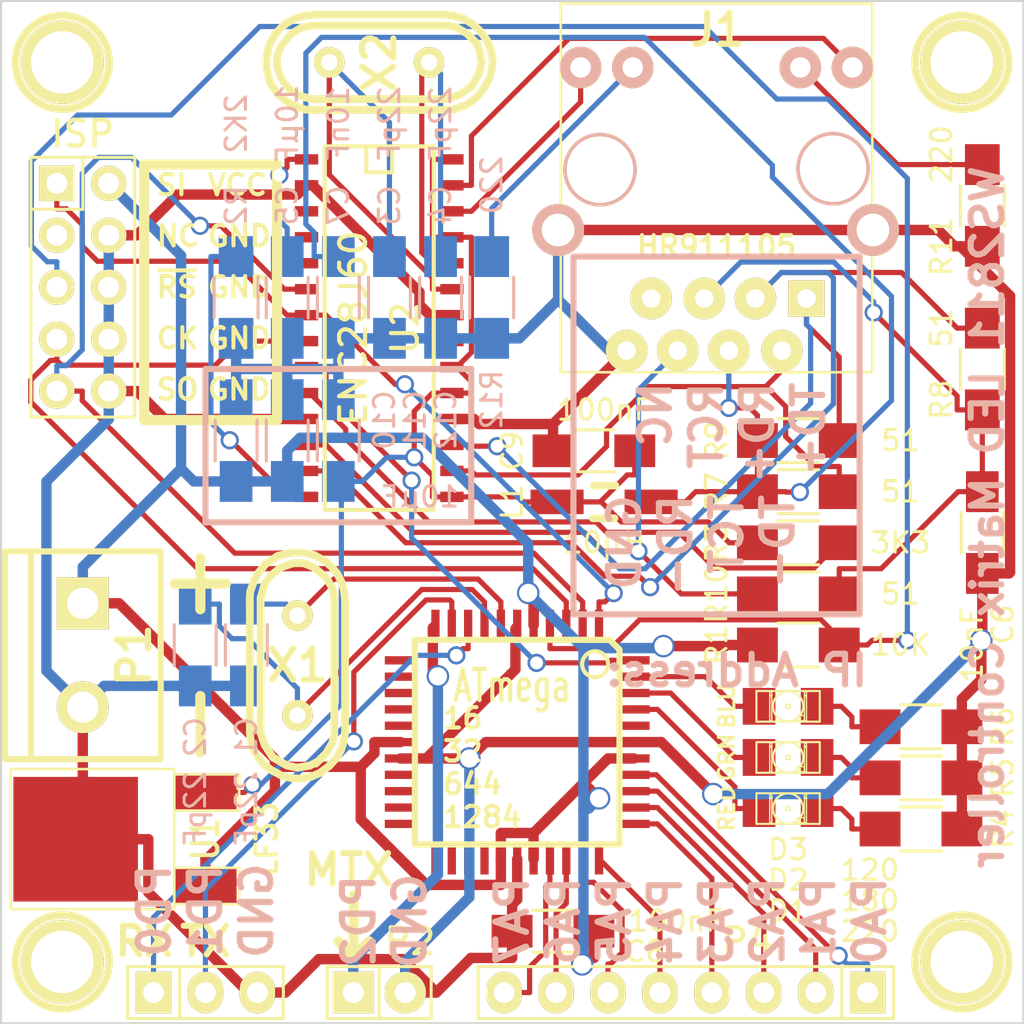
<source format=kicad_pcb>
(kicad_pcb (version 20171130) (host pcbnew "(5.1.12)-1")

  (general
    (thickness 1.6)
    (drawings 65)
    (tracks 592)
    (zones 0)
    (modules 43)
    (nets 43)
  )

  (page A4)
  (layers
    (0 F.Cu signal)
    (31 B.Cu signal)
    (32 B.Adhes user hide)
    (33 F.Adhes user hide)
    (34 B.Paste user hide)
    (35 F.Paste user hide)
    (36 B.SilkS user hide)
    (37 F.SilkS user hide)
    (38 B.Mask user hide)
    (39 F.Mask user hide)
    (40 Dwgs.User user hide)
    (41 Cmts.User user hide)
    (42 Eco1.User user hide)
    (43 Eco2.User user hide)
    (44 Edge.Cuts user)
    (45 Margin user hide)
    (46 B.CrtYd user hide)
    (47 F.CrtYd user hide)
    (48 B.Fab user hide)
    (49 F.Fab user hide)
  )

  (setup
    (last_trace_width 0.254)
    (trace_clearance 0.254)
    (zone_clearance 0.508)
    (zone_45_only no)
    (trace_min 0.254)
    (via_size 0.889)
    (via_drill 0.635)
    (via_min_size 0.889)
    (via_min_drill 0.508)
    (uvia_size 0.508)
    (uvia_drill 0.127)
    (uvias_allowed no)
    (uvia_min_size 0.508)
    (uvia_min_drill 0.127)
    (edge_width 0.1)
    (segment_width 0.5)
    (pcb_text_width 0.3)
    (pcb_text_size 1.5 1.5)
    (mod_edge_width 0.15)
    (mod_text_size 1 1)
    (mod_text_width 0.15)
    (pad_size 4.064 4.064)
    (pad_drill 3.048)
    (pad_to_mask_clearance 0)
    (aux_axis_origin 0 0)
    (visible_elements 7FFFFFFF)
    (pcbplotparams
      (layerselection 0x010f0_80000001)
      (usegerberextensions true)
      (usegerberattributes true)
      (usegerberadvancedattributes true)
      (creategerberjobfile true)
      (excludeedgelayer true)
      (linewidth 0.100000)
      (plotframeref false)
      (viasonmask false)
      (mode 1)
      (useauxorigin false)
      (hpglpennumber 1)
      (hpglpenspeed 20)
      (hpglpendiameter 15.000000)
      (psnegative false)
      (psa4output false)
      (plotreference true)
      (plotvalue true)
      (plotinvisibletext false)
      (padsonsilk false)
      (subtractmaskfromsilk false)
      (outputformat 1)
      (mirror false)
      (drillshape 0)
      (scaleselection 1)
      (outputdirectory "gerber/"))
  )

  (net 0 "")
  (net 1 "Net-(C1-Pad1)")
  (net 2 GND)
  (net 3 "Net-(C2-Pad1)")
  (net 4 "Net-(C3-Pad1)")
  (net 5 "Net-(C4-Pad1)")
  (net 6 "Net-(C5-Pad1)")
  (net 7 "Net-(C6-Pad1)")
  (net 8 "Net-(C7-Pad1)")
  (net 9 /STATLED1)
  (net 10 "Net-(D1-Pad2)")
  (net 11 /STATLED2)
  (net 12 "Net-(D2-Pad2)")
  (net 13 /STATLED3)
  (net 14 "Net-(D3-Pad2)")
  (net 15 "Net-(IC1-Pad44)")
  (net 16 +5V)
  (net 17 "Net-(IC1-Pad37)")
  (net 18 "Net-(IC1-Pad36)")
  (net 19 "Net-(IC1-Pad35)")
  (net 20 "Net-(IC1-Pad34)")
  (net 21 /RXD)
  (net 22 /TXD)
  (net 23 /MTX_DAT)
  (net 24 /~RESET)
  (net 25 "Net-(IC1-Pad30)")
  (net 26 "Net-(IC1-Pad31)")
  (net 27 /SCK)
  (net 28 /MISO)
  (net 29 "Net-(IC1-Pad32)")
  (net 30 "Net-(IC1-Pad33)")
  (net 31 /MOSI)
  (net 32 "Net-(J1-Pad1)")
  (net 33 "Net-(J1-Pad2)")
  (net 34 "Net-(J1-Pad3)")
  (net 35 "Net-(J1-Pad6)")
  (net 36 "Net-(J1-Pad9)")
  (net 37 "Net-(J1-Pad10)")
  (net 38 "Net-(J1-Pad11)")
  (net 39 "Net-(J1-Pad12)")
  (net 40 "Net-(R2-Pad1)")
  (net 41 "Net-(R3-Pad2)")
  (net 42 "Net-(C12-Pad1)")

  (net_class Default "This is the default net class."
    (clearance 0.254)
    (trace_width 0.254)
    (via_dia 0.889)
    (via_drill 0.635)
    (uvia_dia 0.508)
    (uvia_drill 0.127)
    (add_net /MISO)
    (add_net /MOSI)
    (add_net /RXD)
    (add_net /SCK)
    (add_net /STATLED1)
    (add_net /STATLED2)
    (add_net /STATLED3)
    (add_net /TXD)
    (add_net /~RESET)
    (add_net "Net-(C1-Pad1)")
    (add_net "Net-(C12-Pad1)")
    (add_net "Net-(C2-Pad1)")
    (add_net "Net-(C3-Pad1)")
    (add_net "Net-(C4-Pad1)")
    (add_net "Net-(C5-Pad1)")
    (add_net "Net-(C6-Pad1)")
    (add_net "Net-(C7-Pad1)")
    (add_net "Net-(D1-Pad2)")
    (add_net "Net-(D2-Pad2)")
    (add_net "Net-(D3-Pad2)")
    (add_net "Net-(IC1-Pad30)")
    (add_net "Net-(IC1-Pad31)")
    (add_net "Net-(IC1-Pad32)")
    (add_net "Net-(IC1-Pad33)")
    (add_net "Net-(IC1-Pad34)")
    (add_net "Net-(IC1-Pad35)")
    (add_net "Net-(IC1-Pad36)")
    (add_net "Net-(IC1-Pad37)")
    (add_net "Net-(IC1-Pad44)")
    (add_net "Net-(J1-Pad1)")
    (add_net "Net-(J1-Pad10)")
    (add_net "Net-(J1-Pad11)")
    (add_net "Net-(J1-Pad12)")
    (add_net "Net-(J1-Pad2)")
    (add_net "Net-(J1-Pad3)")
    (add_net "Net-(J1-Pad6)")
    (add_net "Net-(J1-Pad9)")
    (add_net "Net-(R2-Pad1)")
    (add_net "Net-(R3-Pad2)")
  )

  (net_class Matrix ""
    (clearance 0.35)
    (trace_width 0.508)
    (via_dia 1.1)
    (via_drill 0.889)
    (uvia_dia 0.508)
    (uvia_drill 0.127)
    (add_net /MTX_DAT)
  )

  (net_class Power ""
    (clearance 0.254)
    (trace_width 0.508)
    (via_dia 1.1)
    (via_drill 0.889)
    (uvia_dia 0.508)
    (uvia_drill 0.127)
    (add_net +5V)
    (add_net GND)
  )

  (module Connect:1pin (layer F.Cu) (tedit 54627BEC) (tstamp 54626699)
    (at 198 107)
    (descr "module 1 pin (ou trou mecanique de percage)")
    (tags DEV)
    (fp_text reference MOUNT4 (at 0 -3.048) (layer F.SilkS) hide
      (effects (font (size 1.016 1.016) (thickness 0.254)))
    )
    (fp_text value "" (at 0 2.794) (layer F.SilkS) hide
      (effects (font (size 1.016 1.016) (thickness 0.254)))
    )
    (fp_circle (center 0 0) (end 0 -2.286) (layer F.SilkS) (width 0.381))
    (pad 1 thru_hole circle (at 0 0) (size 4.064 4.064) (drill 3.048) (layers *.Cu *.Mask F.SilkS))
  )

  (module LEDs:LED-1206 (layer F.Cu) (tedit 5462546C) (tstamp 541EF23A)
    (at 233.5 99.5)
    (descr "LED 1206 smd package")
    (tags "LED1206 SMD")
    (path /54102C69)
    (attr smd)
    (fp_text reference D1 (at 0 5) (layer F.SilkS)
      (effects (font (size 1 1) (thickness 0.15)))
    )
    (fp_text value RED (at -3 0 90) (layer F.SilkS)
      (effects (font (size 0.762 0.762) (thickness 0.15)))
    )
    (fp_line (start 1.5494 -0.7493) (end 1.5494 0.7493) (layer F.SilkS) (width 0.1016))
    (fp_line (start -1.5494 -0.7493) (end 1.5494 -0.7493) (layer F.SilkS) (width 0.1016))
    (fp_line (start -1.5494 0.7493) (end -1.5494 -0.7493) (layer F.SilkS) (width 0.1016))
    (fp_line (start 1.5494 0.7493) (end -1.5494 0.7493) (layer F.SilkS) (width 0.1016))
    (fp_line (start 0.44958 0.6985) (end 0.44958 0.44958) (layer F.SilkS) (width 0.06604))
    (fp_line (start 0.44958 0.44958) (end 0.59944 0.44958) (layer F.SilkS) (width 0.06604))
    (fp_line (start 0.59944 0.6985) (end 0.59944 0.44958) (layer F.SilkS) (width 0.06604))
    (fp_line (start 0.44958 0.6985) (end 0.59944 0.6985) (layer F.SilkS) (width 0.06604))
    (fp_line (start -0.89916 -0.54864) (end -0.89916 -0.6985) (layer F.SilkS) (width 0.06604))
    (fp_line (start -0.89916 -0.6985) (end -0.79756 -0.6985) (layer F.SilkS) (width 0.06604))
    (fp_line (start -0.79756 -0.54864) (end -0.79756 -0.6985) (layer F.SilkS) (width 0.06604))
    (fp_line (start -0.89916 -0.54864) (end -0.79756 -0.54864) (layer F.SilkS) (width 0.06604))
    (fp_line (start -0.89916 0.6985) (end -0.89916 -0.49784) (layer F.SilkS) (width 0.06604))
    (fp_line (start -0.89916 -0.49784) (end -0.79756 -0.49784) (layer F.SilkS) (width 0.06604))
    (fp_line (start -0.79756 0.6985) (end -0.79756 -0.49784) (layer F.SilkS) (width 0.06604))
    (fp_line (start -0.89916 0.6985) (end -0.79756 0.6985) (layer F.SilkS) (width 0.06604))
    (fp_line (start 0.79756 -0.54864) (end 0.79756 -0.6985) (layer F.SilkS) (width 0.06604))
    (fp_line (start 0.79756 -0.6985) (end 0.89916 -0.6985) (layer F.SilkS) (width 0.06604))
    (fp_line (start 0.89916 -0.54864) (end 0.89916 -0.6985) (layer F.SilkS) (width 0.06604))
    (fp_line (start 0.79756 -0.54864) (end 0.89916 -0.54864) (layer F.SilkS) (width 0.06604))
    (fp_line (start 0.79756 0.6985) (end 0.79756 -0.49784) (layer F.SilkS) (width 0.06604))
    (fp_line (start 0.79756 -0.49784) (end 0.89916 -0.49784) (layer F.SilkS) (width 0.06604))
    (fp_line (start 0.89916 0.6985) (end 0.89916 -0.49784) (layer F.SilkS) (width 0.06604))
    (fp_line (start 0.79756 0.6985) (end 0.89916 0.6985) (layer F.SilkS) (width 0.06604))
    (fp_line (start 0.44958 0.6985) (end 0.44958 0.44958) (layer F.SilkS) (width 0.06604))
    (fp_line (start 0.44958 0.44958) (end 0.79756 0.44958) (layer F.SilkS) (width 0.06604))
    (fp_line (start 0.79756 0.6985) (end 0.79756 0.44958) (layer F.SilkS) (width 0.06604))
    (fp_line (start 0.44958 0.6985) (end 0.79756 0.6985) (layer F.SilkS) (width 0.06604))
    (fp_line (start -0.09906 0.09906) (end -0.09906 -0.09906) (layer F.SilkS) (width 0.06604))
    (fp_line (start -0.09906 -0.09906) (end 0.09906 -0.09906) (layer F.SilkS) (width 0.06604))
    (fp_line (start 0.09906 0.09906) (end 0.09906 -0.09906) (layer F.SilkS) (width 0.06604))
    (fp_line (start -0.09906 0.09906) (end 0.09906 0.09906) (layer F.SilkS) (width 0.06604))
    (fp_arc (start 0 0) (end 0.54864 0.49784) (angle 95.4) (layer F.SilkS) (width 0.1016))
    (fp_arc (start 0 0) (end -0.54864 0.49784) (angle 84.5) (layer F.SilkS) (width 0.1016))
    (fp_arc (start 0 0) (end -0.54864 -0.49784) (angle 95.4) (layer F.SilkS) (width 0.1016))
    (fp_arc (start 0 0) (end 0.54864 -0.49784) (angle 84.5) (layer F.SilkS) (width 0.1016))
    (pad 1 smd rect (at -1.41986 0) (size 1.59766 1.80086) (layers F.Cu F.Paste F.Mask)
      (net 9 /STATLED1))
    (pad 2 smd rect (at 1.41986 0) (size 1.59766 1.80086) (layers F.Cu F.Paste F.Mask)
      (net 10 "Net-(D1-Pad2)"))
  )

  (module LEDs:LED-1206 (layer F.Cu) (tedit 5462546E) (tstamp 541ED53A)
    (at 233.5 97)
    (descr "LED 1206 smd package")
    (tags "LED1206 SMD")
    (path /54102D5E)
    (attr smd)
    (fp_text reference D2 (at 0 6) (layer F.SilkS)
      (effects (font (size 1 1) (thickness 0.15)))
    )
    (fp_text value GRN (at -3 0 90) (layer F.SilkS)
      (effects (font (size 0.762 0.762) (thickness 0.15)))
    )
    (fp_line (start 1.5494 -0.7493) (end 1.5494 0.7493) (layer F.SilkS) (width 0.1016))
    (fp_line (start -1.5494 -0.7493) (end 1.5494 -0.7493) (layer F.SilkS) (width 0.1016))
    (fp_line (start -1.5494 0.7493) (end -1.5494 -0.7493) (layer F.SilkS) (width 0.1016))
    (fp_line (start 1.5494 0.7493) (end -1.5494 0.7493) (layer F.SilkS) (width 0.1016))
    (fp_line (start 0.44958 0.6985) (end 0.44958 0.44958) (layer F.SilkS) (width 0.06604))
    (fp_line (start 0.44958 0.44958) (end 0.59944 0.44958) (layer F.SilkS) (width 0.06604))
    (fp_line (start 0.59944 0.6985) (end 0.59944 0.44958) (layer F.SilkS) (width 0.06604))
    (fp_line (start 0.44958 0.6985) (end 0.59944 0.6985) (layer F.SilkS) (width 0.06604))
    (fp_line (start -0.89916 -0.54864) (end -0.89916 -0.6985) (layer F.SilkS) (width 0.06604))
    (fp_line (start -0.89916 -0.6985) (end -0.79756 -0.6985) (layer F.SilkS) (width 0.06604))
    (fp_line (start -0.79756 -0.54864) (end -0.79756 -0.6985) (layer F.SilkS) (width 0.06604))
    (fp_line (start -0.89916 -0.54864) (end -0.79756 -0.54864) (layer F.SilkS) (width 0.06604))
    (fp_line (start -0.89916 0.6985) (end -0.89916 -0.49784) (layer F.SilkS) (width 0.06604))
    (fp_line (start -0.89916 -0.49784) (end -0.79756 -0.49784) (layer F.SilkS) (width 0.06604))
    (fp_line (start -0.79756 0.6985) (end -0.79756 -0.49784) (layer F.SilkS) (width 0.06604))
    (fp_line (start -0.89916 0.6985) (end -0.79756 0.6985) (layer F.SilkS) (width 0.06604))
    (fp_line (start 0.79756 -0.54864) (end 0.79756 -0.6985) (layer F.SilkS) (width 0.06604))
    (fp_line (start 0.79756 -0.6985) (end 0.89916 -0.6985) (layer F.SilkS) (width 0.06604))
    (fp_line (start 0.89916 -0.54864) (end 0.89916 -0.6985) (layer F.SilkS) (width 0.06604))
    (fp_line (start 0.79756 -0.54864) (end 0.89916 -0.54864) (layer F.SilkS) (width 0.06604))
    (fp_line (start 0.79756 0.6985) (end 0.79756 -0.49784) (layer F.SilkS) (width 0.06604))
    (fp_line (start 0.79756 -0.49784) (end 0.89916 -0.49784) (layer F.SilkS) (width 0.06604))
    (fp_line (start 0.89916 0.6985) (end 0.89916 -0.49784) (layer F.SilkS) (width 0.06604))
    (fp_line (start 0.79756 0.6985) (end 0.89916 0.6985) (layer F.SilkS) (width 0.06604))
    (fp_line (start 0.44958 0.6985) (end 0.44958 0.44958) (layer F.SilkS) (width 0.06604))
    (fp_line (start 0.44958 0.44958) (end 0.79756 0.44958) (layer F.SilkS) (width 0.06604))
    (fp_line (start 0.79756 0.6985) (end 0.79756 0.44958) (layer F.SilkS) (width 0.06604))
    (fp_line (start 0.44958 0.6985) (end 0.79756 0.6985) (layer F.SilkS) (width 0.06604))
    (fp_line (start -0.09906 0.09906) (end -0.09906 -0.09906) (layer F.SilkS) (width 0.06604))
    (fp_line (start -0.09906 -0.09906) (end 0.09906 -0.09906) (layer F.SilkS) (width 0.06604))
    (fp_line (start 0.09906 0.09906) (end 0.09906 -0.09906) (layer F.SilkS) (width 0.06604))
    (fp_line (start -0.09906 0.09906) (end 0.09906 0.09906) (layer F.SilkS) (width 0.06604))
    (fp_arc (start 0 0) (end 0.54864 0.49784) (angle 95.4) (layer F.SilkS) (width 0.1016))
    (fp_arc (start 0 0) (end -0.54864 0.49784) (angle 84.5) (layer F.SilkS) (width 0.1016))
    (fp_arc (start 0 0) (end -0.54864 -0.49784) (angle 95.4) (layer F.SilkS) (width 0.1016))
    (fp_arc (start 0 0) (end 0.54864 -0.49784) (angle 84.5) (layer F.SilkS) (width 0.1016))
    (pad 1 smd rect (at -1.41986 0) (size 1.59766 1.80086) (layers F.Cu F.Paste F.Mask)
      (net 11 /STATLED2))
    (pad 2 smd rect (at 1.41986 0) (size 1.59766 1.80086) (layers F.Cu F.Paste F.Mask)
      (net 12 "Net-(D2-Pad2)"))
  )

  (module LEDs:LED-1206 (layer F.Cu) (tedit 54625471) (tstamp 541ED540)
    (at 233.5 94.5)
    (descr "LED 1206 smd package")
    (tags "LED1206 SMD")
    (path /54102DA0)
    (attr smd)
    (fp_text reference D3 (at 0 7) (layer F.SilkS)
      (effects (font (size 1 1) (thickness 0.15)))
    )
    (fp_text value BLU (at -3 0 90) (layer F.SilkS)
      (effects (font (size 0.762 0.762) (thickness 0.15)))
    )
    (fp_line (start 1.5494 -0.7493) (end 1.5494 0.7493) (layer F.SilkS) (width 0.1016))
    (fp_line (start -1.5494 -0.7493) (end 1.5494 -0.7493) (layer F.SilkS) (width 0.1016))
    (fp_line (start -1.5494 0.7493) (end -1.5494 -0.7493) (layer F.SilkS) (width 0.1016))
    (fp_line (start 1.5494 0.7493) (end -1.5494 0.7493) (layer F.SilkS) (width 0.1016))
    (fp_line (start 0.44958 0.6985) (end 0.44958 0.44958) (layer F.SilkS) (width 0.06604))
    (fp_line (start 0.44958 0.44958) (end 0.59944 0.44958) (layer F.SilkS) (width 0.06604))
    (fp_line (start 0.59944 0.6985) (end 0.59944 0.44958) (layer F.SilkS) (width 0.06604))
    (fp_line (start 0.44958 0.6985) (end 0.59944 0.6985) (layer F.SilkS) (width 0.06604))
    (fp_line (start -0.89916 -0.54864) (end -0.89916 -0.6985) (layer F.SilkS) (width 0.06604))
    (fp_line (start -0.89916 -0.6985) (end -0.79756 -0.6985) (layer F.SilkS) (width 0.06604))
    (fp_line (start -0.79756 -0.54864) (end -0.79756 -0.6985) (layer F.SilkS) (width 0.06604))
    (fp_line (start -0.89916 -0.54864) (end -0.79756 -0.54864) (layer F.SilkS) (width 0.06604))
    (fp_line (start -0.89916 0.6985) (end -0.89916 -0.49784) (layer F.SilkS) (width 0.06604))
    (fp_line (start -0.89916 -0.49784) (end -0.79756 -0.49784) (layer F.SilkS) (width 0.06604))
    (fp_line (start -0.79756 0.6985) (end -0.79756 -0.49784) (layer F.SilkS) (width 0.06604))
    (fp_line (start -0.89916 0.6985) (end -0.79756 0.6985) (layer F.SilkS) (width 0.06604))
    (fp_line (start 0.79756 -0.54864) (end 0.79756 -0.6985) (layer F.SilkS) (width 0.06604))
    (fp_line (start 0.79756 -0.6985) (end 0.89916 -0.6985) (layer F.SilkS) (width 0.06604))
    (fp_line (start 0.89916 -0.54864) (end 0.89916 -0.6985) (layer F.SilkS) (width 0.06604))
    (fp_line (start 0.79756 -0.54864) (end 0.89916 -0.54864) (layer F.SilkS) (width 0.06604))
    (fp_line (start 0.79756 0.6985) (end 0.79756 -0.49784) (layer F.SilkS) (width 0.06604))
    (fp_line (start 0.79756 -0.49784) (end 0.89916 -0.49784) (layer F.SilkS) (width 0.06604))
    (fp_line (start 0.89916 0.6985) (end 0.89916 -0.49784) (layer F.SilkS) (width 0.06604))
    (fp_line (start 0.79756 0.6985) (end 0.89916 0.6985) (layer F.SilkS) (width 0.06604))
    (fp_line (start 0.44958 0.6985) (end 0.44958 0.44958) (layer F.SilkS) (width 0.06604))
    (fp_line (start 0.44958 0.44958) (end 0.79756 0.44958) (layer F.SilkS) (width 0.06604))
    (fp_line (start 0.79756 0.6985) (end 0.79756 0.44958) (layer F.SilkS) (width 0.06604))
    (fp_line (start 0.44958 0.6985) (end 0.79756 0.6985) (layer F.SilkS) (width 0.06604))
    (fp_line (start -0.09906 0.09906) (end -0.09906 -0.09906) (layer F.SilkS) (width 0.06604))
    (fp_line (start -0.09906 -0.09906) (end 0.09906 -0.09906) (layer F.SilkS) (width 0.06604))
    (fp_line (start 0.09906 0.09906) (end 0.09906 -0.09906) (layer F.SilkS) (width 0.06604))
    (fp_line (start -0.09906 0.09906) (end 0.09906 0.09906) (layer F.SilkS) (width 0.06604))
    (fp_arc (start 0 0) (end 0.54864 0.49784) (angle 95.4) (layer F.SilkS) (width 0.1016))
    (fp_arc (start 0 0) (end -0.54864 0.49784) (angle 84.5) (layer F.SilkS) (width 0.1016))
    (fp_arc (start 0 0) (end -0.54864 -0.49784) (angle 95.4) (layer F.SilkS) (width 0.1016))
    (fp_arc (start 0 0) (end 0.54864 -0.49784) (angle 84.5) (layer F.SilkS) (width 0.1016))
    (pad 1 smd rect (at -1.41986 0) (size 1.59766 1.80086) (layers F.Cu F.Paste F.Mask)
      (net 13 /STATLED3))
    (pad 2 smd rect (at 1.41986 0) (size 1.59766 1.80086) (layers F.Cu F.Paste F.Mask)
      (net 14 "Net-(D3-Pad2)"))
  )

  (module SMD_Packages:TQFP-44 (layer F.Cu) (tedit 54674C63) (tstamp 546B71A9)
    (at 220.25 96.25 270)
    (path /540EC0FD)
    (attr smd)
    (fp_text reference IC1 (at 1 -3.75 270) (layer F.SilkS) hide
      (effects (font (size 1.524 1.016) (thickness 0.2032)))
    )
    (fp_text value ATmega (at -2.75 0.25) (layer F.SilkS)
      (effects (font (size 1.524 1.016) (thickness 0.2032)))
    )
    (fp_circle (center -3.81 -3.81) (end -3.81 -3.175) (layer F.SilkS) (width 0.2032))
    (fp_line (start -5.0038 -4.5212) (end -4.5212 -5.0038) (layer F.SilkS) (width 0.3048))
    (fp_line (start -4.5212 -5.0038) (end 5.0038 -5.0038) (layer F.SilkS) (width 0.3048))
    (fp_line (start -5.0038 -4.5212) (end -5.0038 5.0038) (layer F.SilkS) (width 0.3048))
    (fp_line (start 5.0038 5.0038) (end -5.0038 5.0038) (layer F.SilkS) (width 0.3048))
    (fp_line (start 5.0038 -5.0038) (end 5.0038 5.0038) (layer F.SilkS) (width 0.3048))
    (pad 39 smd rect (at 0 -5.715 270) (size 0.4064 1.524) (layers F.Cu F.Paste F.Mask)
      (net 2 GND))
    (pad 40 smd rect (at -0.8001 -5.715 270) (size 0.4064 1.524) (layers F.Cu F.Paste F.Mask))
    (pad 41 smd rect (at -1.6002 -5.715 270) (size 0.4064 1.524) (layers F.Cu F.Paste F.Mask)
      (net 9 /STATLED1))
    (pad 42 smd rect (at -2.4003 -5.715 270) (size 0.4064 1.524) (layers F.Cu F.Paste F.Mask)
      (net 11 /STATLED2))
    (pad 43 smd rect (at -3.2004 -5.715 270) (size 0.4064 1.524) (layers F.Cu F.Paste F.Mask)
      (net 13 /STATLED3))
    (pad 44 smd rect (at -4.0005 -5.715 270) (size 0.4064 1.524) (layers F.Cu F.Paste F.Mask)
      (net 15 "Net-(IC1-Pad44)"))
    (pad 38 smd rect (at 0.8001 -5.715 270) (size 0.4064 1.524) (layers F.Cu F.Paste F.Mask)
      (net 16 +5V))
    (pad 37 smd rect (at 1.6002 -5.715 270) (size 0.4064 1.524) (layers F.Cu F.Paste F.Mask)
      (net 17 "Net-(IC1-Pad37)"))
    (pad 36 smd rect (at 2.4003 -5.715 270) (size 0.4064 1.524) (layers F.Cu F.Paste F.Mask)
      (net 18 "Net-(IC1-Pad36)"))
    (pad 35 smd rect (at 3.2004 -5.715 270) (size 0.4064 1.524) (layers F.Cu F.Paste F.Mask)
      (net 19 "Net-(IC1-Pad35)"))
    (pad 34 smd rect (at 4.0005 -5.715 270) (size 0.4064 1.524) (layers F.Cu F.Paste F.Mask)
      (net 20 "Net-(IC1-Pad34)"))
    (pad 17 smd rect (at 0 5.715 270) (size 0.4064 1.524) (layers F.Cu F.Paste F.Mask)
      (net 16 +5V))
    (pad 16 smd rect (at -0.8001 5.715 270) (size 0.4064 1.524) (layers F.Cu F.Paste F.Mask))
    (pad 15 smd rect (at -1.6002 5.715 270) (size 0.4064 1.524) (layers F.Cu F.Paste F.Mask))
    (pad 14 smd rect (at -2.4003 5.715 270) (size 0.4064 1.524) (layers F.Cu F.Paste F.Mask))
    (pad 13 smd rect (at -3.2004 5.715 270) (size 0.4064 1.524) (layers F.Cu F.Paste F.Mask))
    (pad 12 smd rect (at -4.0005 5.715 270) (size 0.4064 1.524) (layers F.Cu F.Paste F.Mask))
    (pad 18 smd rect (at 0.8001 5.715 270) (size 0.4064 1.524) (layers F.Cu F.Paste F.Mask)
      (net 2 GND))
    (pad 19 smd rect (at 1.6002 5.715 270) (size 0.4064 1.524) (layers F.Cu F.Paste F.Mask))
    (pad 20 smd rect (at 2.4003 5.715 270) (size 0.4064 1.524) (layers F.Cu F.Paste F.Mask))
    (pad 21 smd rect (at 3.2004 5.715 270) (size 0.4064 1.524) (layers F.Cu F.Paste F.Mask))
    (pad 22 smd rect (at 4.0005 5.715 270) (size 0.4064 1.524) (layers F.Cu F.Paste F.Mask))
    (pad 6 smd rect (at -5.715 0 270) (size 1.524 0.4064) (layers F.Cu F.Paste F.Mask)
      (net 2 GND))
    (pad 28 smd rect (at 5.715 0 270) (size 1.524 0.4064) (layers F.Cu F.Paste F.Mask)
      (net 2 GND))
    (pad 7 smd rect (at -5.715 0.8001 270) (size 1.524 0.4064) (layers F.Cu F.Paste F.Mask)
      (net 1 "Net-(C1-Pad1)"))
    (pad 27 smd rect (at 5.715 0.8001 270) (size 1.524 0.4064) (layers F.Cu F.Paste F.Mask)
      (net 16 +5V))
    (pad 26 smd rect (at 5.715 1.6002 270) (size 1.524 0.4064) (layers F.Cu F.Paste F.Mask))
    (pad 8 smd rect (at -5.715 1.6002 270) (size 1.524 0.4064) (layers F.Cu F.Paste F.Mask)
      (net 3 "Net-(C2-Pad1)"))
    (pad 9 smd rect (at -5.715 2.4003 270) (size 1.524 0.4064) (layers F.Cu F.Paste F.Mask)
      (net 21 /RXD))
    (pad 25 smd rect (at 5.715 2.4003 270) (size 1.524 0.4064) (layers F.Cu F.Paste F.Mask))
    (pad 24 smd rect (at 5.715 3.2004 270) (size 1.524 0.4064) (layers F.Cu F.Paste F.Mask))
    (pad 10 smd rect (at -5.715 3.2004 270) (size 1.524 0.4064) (layers F.Cu F.Paste F.Mask)
      (net 22 /TXD))
    (pad 11 smd rect (at -5.715 4.0005 270) (size 1.524 0.4064) (layers F.Cu F.Paste F.Mask)
      (net 23 /MTX_DAT))
    (pad 23 smd rect (at 5.715 4.0005 270) (size 1.524 0.4064) (layers F.Cu F.Paste F.Mask))
    (pad 29 smd rect (at 5.715 -0.8001 270) (size 1.524 0.4064) (layers F.Cu F.Paste F.Mask)
      (net 16 +5V))
    (pad 5 smd rect (at -5.715 -0.8001 270) (size 1.524 0.4064) (layers F.Cu F.Paste F.Mask)
      (net 16 +5V))
    (pad 4 smd rect (at -5.715 -1.6002 270) (size 1.524 0.4064) (layers F.Cu F.Paste F.Mask)
      (net 24 /~RESET))
    (pad 30 smd rect (at 5.715 -1.6002 270) (size 1.524 0.4064) (layers F.Cu F.Paste F.Mask)
      (net 25 "Net-(IC1-Pad30)"))
    (pad 31 smd rect (at 5.715 -2.4003 270) (size 1.524 0.4064) (layers F.Cu F.Paste F.Mask)
      (net 26 "Net-(IC1-Pad31)"))
    (pad 3 smd rect (at -5.715 -2.4003 270) (size 1.524 0.4064) (layers F.Cu F.Paste F.Mask)
      (net 27 /SCK))
    (pad 2 smd rect (at -5.715 -3.2004 270) (size 1.524 0.4064) (layers F.Cu F.Paste F.Mask)
      (net 28 /MISO))
    (pad 32 smd rect (at 5.715 -3.2004 270) (size 1.524 0.4064) (layers F.Cu F.Paste F.Mask)
      (net 29 "Net-(IC1-Pad32)"))
    (pad 33 smd rect (at 5.715 -4.0005 270) (size 1.524 0.4064) (layers F.Cu F.Paste F.Mask)
      (net 30 "Net-(IC1-Pad33)"))
    (pad 1 smd rect (at -5.715 -4.0005 270) (size 1.524 0.4064) (layers F.Cu F.Paste F.Mask)
      (net 31 /MOSI))
  )

  (module Choke_SMD:Choke_SMD_1206_Handsoldering (layer F.Cu) (tedit 54625055) (tstamp 541ED58A)
    (at 224.5 84.5)
    (descr "Choke, Drossel, SMD, 1206, Handsoldering,")
    (tags "Choke, Drossel, SMD, 1206, Handsoldering,")
    (path /540EFEB5)
    (attr smd)
    (fp_text reference L1 (at -4.5 0 270) (layer F.SilkS)
      (effects (font (size 1 1) (thickness 0.15)))
    )
    (fp_text value 10µH (at 0 2) (layer F.SilkS)
      (effects (font (size 1 1) (thickness 0.15)))
    )
    (fp_line (start 0.55118 -0.8001) (end -0.50038 -0.8001) (layer F.SilkS) (width 0.381))
    (fp_line (start -0.55118 0.8001) (end 0.50038 0.8001) (layer F.SilkS) (width 0.381))
    (pad 1 smd rect (at -2.30124 0) (size 2.59842 1.19888) (layers F.Cu F.Paste F.Mask)
      (net 42 "Net-(C12-Pad1)"))
    (pad 2 smd rect (at 2.30124 0) (size 2.60096 1.19888) (layers F.Cu F.Paste F.Mask)
      (net 8 "Net-(C7-Pad1)"))
  )

  (module Connect:bornier2 (layer F.Cu) (tedit 54624FFE) (tstamp 541ED590)
    (at 199 92 270)
    (descr "Bornier d'alimentation 2 pins")
    (tags DEV)
    (path /541EE9E3)
    (fp_text reference P1 (at 0 -2.5 270) (layer F.SilkS)
      (effects (font (size 1.524 1.524) (thickness 0.3048)))
    )
    (fp_text value POWER_IN (at 0 6 270) (layer F.SilkS) hide
      (effects (font (size 1.524 1.524) (thickness 0.3048)))
    )
    (fp_line (start -5.08 3.81) (end 5.08 3.81) (layer F.SilkS) (width 0.3048))
    (fp_line (start -5.08 -3.81) (end -5.08 3.81) (layer F.SilkS) (width 0.3048))
    (fp_line (start 5.08 -3.81) (end -5.08 -3.81) (layer F.SilkS) (width 0.3048))
    (fp_line (start 5.08 3.81) (end 5.08 -3.81) (layer F.SilkS) (width 0.3048))
    (fp_line (start 5.08 2.54) (end -5.08 2.54) (layer F.SilkS) (width 0.3048))
    (pad 1 thru_hole rect (at -2.54 0 270) (size 2.54 2.54) (drill 1.524) (layers *.Cu *.Mask F.SilkS)
      (net 16 +5V))
    (pad 2 thru_hole circle (at 2.54 0 270) (size 2.54 2.54) (drill 1.524) (layers *.Cu *.Mask F.SilkS)
      (net 2 GND))
    (model Device/bornier_2.wrl
      (at (xyz 0 0 0))
      (scale (xyz 1 1 1))
      (rotate (xyz 0 0 0))
    )
  )

  (module SMD_Packages:DPAK-2 (layer F.Cu) (tedit 54627BD2) (tstamp 541ED606)
    (at 205 101 90)
    (descr "MOS boitier DPACK G-D-S")
    (tags "CMD DPACK")
    (path /540EC370)
    (attr smd)
    (fp_text reference U1 (at 0 0 90) (layer F.SilkS)
      (effects (font (size 1.27 1.016) (thickness 0.2032)))
    )
    (fp_text value LF33 (at 0 3 90) (layer F.SilkS)
      (effects (font (size 1.016 1.016) (thickness 0.2032)))
    )
    (fp_line (start 3.429 -9.398) (end 3.429 -7.62) (layer F.SilkS) (width 0.127))
    (fp_line (start -3.429 -9.525) (end 3.429 -9.525) (layer F.SilkS) (width 0.127))
    (fp_line (start -3.429 -1.524) (end -3.429 -9.398) (layer F.SilkS) (width 0.127))
    (fp_line (start 3.429 -1.524) (end -3.429 -1.524) (layer F.SilkS) (width 0.127))
    (fp_line (start 3.429 -7.62) (end 3.429 -1.524) (layer F.SilkS) (width 0.127))
    (fp_line (start -1.397 1.651) (end -1.397 -1.524) (layer F.SilkS) (width 0.127))
    (fp_line (start -3.175 1.651) (end -1.397 1.651) (layer F.SilkS) (width 0.127))
    (fp_line (start -3.175 -1.524) (end -3.175 1.651) (layer F.SilkS) (width 0.127))
    (fp_line (start 3.175 1.651) (end 3.175 -1.524) (layer F.SilkS) (width 0.127))
    (fp_line (start 1.397 1.651) (end 3.175 1.651) (layer F.SilkS) (width 0.127))
    (fp_line (start 1.397 -1.524) (end 1.397 1.651) (layer F.SilkS) (width 0.127))
    (pad 1 smd rect (at -2.286 0 90) (size 1.651 3.048) (layers F.Cu F.Paste F.Mask)
      (net 16 +5V))
    (pad 2 smd rect (at 0 -6.35 90) (size 6.096 6.096) (layers F.Cu F.Paste F.Mask)
      (net 2 GND))
    (pad 3 smd rect (at 2.286 0 90) (size 1.651 3.048) (layers F.Cu F.Paste F.Mask)
      (net 42 "Net-(C12-Pad1)"))
    (model smd/dpack_2.wrl
      (at (xyz 0 0 0))
      (scale (xyz 1 1 1))
      (rotate (xyz 0 0 0))
    )
  )

  (module SMD_Packages:SOIC-28 (layer F.Cu) (tedit 541ED361) (tstamp 544B62F7)
    (at 213.5 76 270)
    (descr "Module CMS SOJ 28 pins large")
    (tags "CMS SOJ")
    (path /540EC06B)
    (attr smd)
    (fp_text reference U2 (at 0 -1.26238 270) (layer F.SilkS)
      (effects (font (size 1.27 1.27) (thickness 0.2032)))
    )
    (fp_text value ENC28J60 (at 0 1.27 270) (layer F.SilkS)
      (effects (font (size 1.27 1.27) (thickness 0.2032)))
    )
    (fp_line (start -7.62 0.635) (end -8.89 0.635) (layer F.SilkS) (width 0.2032))
    (fp_line (start -7.62 -0.635) (end -7.62 0.635) (layer F.SilkS) (width 0.2032))
    (fp_line (start -8.89 -0.635) (end -7.62 -0.635) (layer F.SilkS) (width 0.2032))
    (fp_line (start -8.89 -2.667) (end -8.89 2.667) (layer F.SilkS) (width 0.2032))
    (fp_line (start 8.89 2.667) (end 8.89 -2.667) (layer F.SilkS) (width 0.2032))
    (fp_line (start -8.89 -2.667) (end 8.89 -2.667) (layer F.SilkS) (width 0.2032))
    (fp_line (start 8.763 2.667) (end -8.89 2.667) (layer F.SilkS) (width 0.2032))
    (pad 1 smd rect (at -8.255 3.556 270) (size 0.508 1.143) (layers F.Cu F.Paste F.Mask)
      (net 6 "Net-(C5-Pad1)"))
    (pad 2 smd rect (at -6.985 3.556 270) (size 0.508 1.143) (layers F.Cu F.Paste F.Mask)
      (net 2 GND))
    (pad 3 smd rect (at -5.715 3.556 270) (size 0.508 1.143) (layers F.Cu F.Paste F.Mask))
    (pad 4 smd rect (at -4.445 3.556 270) (size 0.508 1.143) (layers F.Cu F.Paste F.Mask))
    (pad 5 smd rect (at -3.175 3.556 270) (size 0.508 1.143) (layers F.Cu F.Paste F.Mask))
    (pad 6 smd rect (at -1.905 3.556 270) (size 0.508 1.143) (layers F.Cu F.Paste F.Mask)
      (net 28 /MISO))
    (pad 7 smd rect (at -0.635 3.556 270) (size 0.508 1.143) (layers F.Cu F.Paste F.Mask)
      (net 31 /MOSI))
    (pad 8 smd rect (at 0.635 3.556 270) (size 0.508 1.143) (layers F.Cu F.Paste F.Mask)
      (net 27 /SCK))
    (pad 9 smd rect (at 1.905 3.556 270) (size 0.508 1.143) (layers F.Cu F.Paste F.Mask)
      (net 15 "Net-(IC1-Pad44)"))
    (pad 10 smd rect (at 3.175 3.556 270) (size 0.508 1.143) (layers F.Cu F.Paste F.Mask)
      (net 41 "Net-(R3-Pad2)"))
    (pad 11 smd rect (at 4.445 3.556 270) (size 0.508 1.143) (layers F.Cu F.Paste F.Mask)
      (net 2 GND))
    (pad 12 smd rect (at 5.715 3.556 270) (size 0.508 1.143) (layers F.Cu F.Paste F.Mask)
      (net 35 "Net-(J1-Pad6)"))
    (pad 13 smd rect (at 6.985 3.556 270) (size 0.508 1.143) (layers F.Cu F.Paste F.Mask)
      (net 34 "Net-(J1-Pad3)"))
    (pad 14 smd rect (at 8.255 3.556 270) (size 0.508 1.143) (layers F.Cu F.Paste F.Mask)
      (net 40 "Net-(R2-Pad1)"))
    (pad 15 smd rect (at 8.255 -3.556 270) (size 0.508 1.143) (layers F.Cu F.Paste F.Mask)
      (net 42 "Net-(C12-Pad1)"))
    (pad 16 smd rect (at 6.985 -3.556 270) (size 0.508 1.143) (layers F.Cu F.Paste F.Mask)
      (net 33 "Net-(J1-Pad2)"))
    (pad 17 smd rect (at 5.715 -3.556 270) (size 0.508 1.143) (layers F.Cu F.Paste F.Mask)
      (net 32 "Net-(J1-Pad1)"))
    (pad 18 smd rect (at 4.445 -3.556 270) (size 0.508 1.143) (layers F.Cu F.Paste F.Mask)
      (net 2 GND))
    (pad 19 smd rect (at 3.175 -3.556 270) (size 0.508 1.143) (layers F.Cu F.Paste F.Mask)
      (net 42 "Net-(C12-Pad1)"))
    (pad 20 smd rect (at 1.905 -3.556 270) (size 0.508 1.143) (layers F.Cu F.Paste F.Mask)
      (net 42 "Net-(C12-Pad1)"))
    (pad 21 smd rect (at 0.635 -3.556 270) (size 0.508 1.143) (layers F.Cu F.Paste F.Mask)
      (net 2 GND))
    (pad 22 smd rect (at -0.635 -3.556 270) (size 0.508 1.143) (layers F.Cu F.Paste F.Mask)
      (net 2 GND))
    (pad 23 smd rect (at -1.905 -3.556 270) (size 0.508 1.143) (layers F.Cu F.Paste F.Mask)
      (net 4 "Net-(C3-Pad1)"))
    (pad 24 smd rect (at -3.175 -3.556 270) (size 0.508 1.143) (layers F.Cu F.Paste F.Mask)
      (net 5 "Net-(C4-Pad1)"))
    (pad 25 smd rect (at -4.445 -3.556 270) (size 0.508 1.143) (layers F.Cu F.Paste F.Mask)
      (net 42 "Net-(C12-Pad1)"))
    (pad 26 smd rect (at -5.715 -3.556 270) (size 0.508 1.143) (layers F.Cu F.Paste F.Mask)
      (net 39 "Net-(J1-Pad12)"))
    (pad 27 smd rect (at -6.985 -3.556 270) (size 0.508 1.143) (layers F.Cu F.Paste F.Mask)
      (net 36 "Net-(J1-Pad9)"))
    (pad 28 smd rect (at -8.255 -3.556 270) (size 0.508 1.143) (layers F.Cu F.Paste F.Mask)
      (net 42 "Net-(C12-Pad1)"))
  )

  (module Crystals:Crystal_HC49-U_Vertical (layer F.Cu) (tedit 541EE87C) (tstamp 541ED62C)
    (at 209.5 92.5 270)
    (descr "Crystal, Quarz, HC49/U, vertical, stehend,")
    (tags "Crystal, Quarz, HC49/U, vertical, stehend,")
    (path /540ED23D)
    (fp_text reference X1 (at 0 0) (layer F.SilkS)
      (effects (font (size 1.524 1.524) (thickness 0.3048)))
    )
    (fp_text value 16MHz (at 0 3.81 270) (layer F.SilkS) hide
      (effects (font (size 1.524 1.524) (thickness 0.3048)))
    )
    (fp_line (start -3.2004 -2.32918) (end 3.2512 -2.32918) (layer F.SilkS) (width 0.381))
    (fp_line (start 3.6703 2.29108) (end 4.16052 2.1209) (layer F.SilkS) (width 0.381))
    (fp_line (start 3.2512 2.32918) (end 3.6703 2.29108) (layer F.SilkS) (width 0.381))
    (fp_line (start -3.2004 2.32918) (end 3.2512 2.32918) (layer F.SilkS) (width 0.381))
    (fp_line (start 3.73126 -2.2606) (end 3.2893 -2.32918) (layer F.SilkS) (width 0.381))
    (fp_line (start 4.16052 -2.1209) (end 3.73126 -2.2606) (layer F.SilkS) (width 0.381))
    (fp_line (start 4.54914 -1.88976) (end 4.16052 -2.1209) (layer F.SilkS) (width 0.381))
    (fp_line (start 4.89966 -1.56972) (end 4.54914 -1.88976) (layer F.SilkS) (width 0.381))
    (fp_line (start 5.26034 -1.09982) (end 4.89966 -1.56972) (layer F.SilkS) (width 0.381))
    (fp_line (start 5.45084 -0.65024) (end 5.26034 -1.09982) (layer F.SilkS) (width 0.381))
    (fp_line (start 5.53974 -0.1905) (end 5.45084 -0.65024) (layer F.SilkS) (width 0.381))
    (fp_line (start 5.51942 0.26924) (end 5.53974 -0.1905) (layer F.SilkS) (width 0.381))
    (fp_line (start 5.4102 0.73914) (end 5.51942 0.26924) (layer F.SilkS) (width 0.381))
    (fp_line (start 5.11048 1.29032) (end 5.4102 0.73914) (layer F.SilkS) (width 0.381))
    (fp_line (start 4.85902 1.62052) (end 5.11048 1.29032) (layer F.SilkS) (width 0.381))
    (fp_line (start 4.53898 1.89992) (end 4.85902 1.62052) (layer F.SilkS) (width 0.381))
    (fp_line (start 4.16052 2.1209) (end 4.53898 1.89992) (layer F.SilkS) (width 0.381))
    (fp_line (start -3.6195 2.30886) (end -3.18008 2.33934) (layer F.SilkS) (width 0.381))
    (fp_line (start -4.06908 2.14884) (end -3.6195 2.30886) (layer F.SilkS) (width 0.381))
    (fp_line (start -4.49072 1.94056) (end -4.06908 2.14884) (layer F.SilkS) (width 0.381))
    (fp_line (start -4.95046 1.56972) (end -4.49072 1.94056) (layer F.SilkS) (width 0.381))
    (fp_line (start -5.34924 0.98044) (end -4.95046 1.56972) (layer F.SilkS) (width 0.381))
    (fp_line (start -5.51942 0.2794) (end -5.34924 0.98044) (layer F.SilkS) (width 0.381))
    (fp_line (start -5.51942 -0.23114) (end -5.51942 0.2794) (layer F.SilkS) (width 0.381))
    (fp_line (start -5.38988 -0.83058) (end -5.51942 -0.23114) (layer F.SilkS) (width 0.381))
    (fp_line (start -5.10032 -1.36906) (end -5.38988 -0.83058) (layer F.SilkS) (width 0.381))
    (fp_line (start -4.77012 -1.71958) (end -5.10032 -1.36906) (layer F.SilkS) (width 0.381))
    (fp_line (start -4.48056 -1.95072) (end -4.77012 -1.71958) (layer F.SilkS) (width 0.381))
    (fp_line (start -4.04876 -2.16916) (end -4.48056 -1.95072) (layer F.SilkS) (width 0.381))
    (fp_line (start -3.64998 -2.28092) (end -4.04876 -2.16916) (layer F.SilkS) (width 0.381))
    (fp_line (start -3.19024 -2.32918) (end -3.64998 -2.28092) (layer F.SilkS) (width 0.381))
    (fp_line (start 4.30022 -1.39954) (end 4.8006 -0.89916) (layer F.SilkS) (width 0.381))
    (fp_line (start 3.79984 -1.69926) (end 4.30022 -1.39954) (layer F.SilkS) (width 0.381))
    (fp_line (start 3.40106 -1.80086) (end 3.79984 -1.69926) (layer F.SilkS) (width 0.381))
    (fp_line (start -3.2004 -1.80086) (end 3.40106 -1.80086) (layer F.SilkS) (width 0.381))
    (fp_line (start -3.79984 -1.69926) (end -3.29946 -1.80086) (layer F.SilkS) (width 0.381))
    (fp_line (start -4.30022 -1.39954) (end -3.79984 -1.69926) (layer F.SilkS) (width 0.381))
    (fp_line (start -4.8006 -0.8001) (end -4.30022 -1.39954) (layer F.SilkS) (width 0.381))
    (fp_line (start -5.00126 -0.29972) (end -4.8006 -0.8001) (layer F.SilkS) (width 0.381))
    (fp_line (start -5.00126 0.20066) (end -5.00126 -0.29972) (layer F.SilkS) (width 0.381))
    (fp_line (start -4.8006 0.8001) (end -5.00126 0.20066) (layer F.SilkS) (width 0.381))
    (fp_line (start -4.39928 1.30048) (end -4.8006 0.8001) (layer F.SilkS) (width 0.381))
    (fp_line (start -4.0005 1.6002) (end -4.39928 1.30048) (layer F.SilkS) (width 0.381))
    (fp_line (start -3.29946 1.80086) (end -4.0005 1.6002) (layer F.SilkS) (width 0.381))
    (fp_line (start 3.29946 1.80086) (end -3.29946 1.80086) (layer F.SilkS) (width 0.381))
    (fp_line (start 3.8989 1.6002) (end 3.29946 1.80086) (layer F.SilkS) (width 0.381))
    (fp_line (start 4.50088 1.19888) (end 3.8989 1.6002) (layer F.SilkS) (width 0.381))
    (fp_line (start 4.89966 0.50038) (end 4.50088 1.19888) (layer F.SilkS) (width 0.381))
    (fp_line (start 5.00126 0) (end 4.89966 0.50038) (layer F.SilkS) (width 0.381))
    (fp_line (start 4.89966 -0.59944) (end 5.00126 0) (layer F.SilkS) (width 0.381))
    (fp_line (start 4.699 -1.00076) (end 4.89966 -0.59944) (layer F.SilkS) (width 0.381))
    (pad 1 thru_hole circle (at -2.44094 0 270) (size 1.50114 1.50114) (drill 0.8001) (layers *.Cu *.Mask F.SilkS)
      (net 1 "Net-(C1-Pad1)"))
    (pad 2 thru_hole circle (at 2.44094 0 270) (size 1.50114 1.50114) (drill 0.8001) (layers *.Cu *.Mask F.SilkS)
      (net 3 "Net-(C2-Pad1)"))
  )

  (module Crystals:Crystal_HC49-U_Vertical (layer F.Cu) (tedit 541EE6C0) (tstamp 541ED632)
    (at 213.5 63)
    (descr "Crystal, Quarz, HC49/U, vertical, stehend,")
    (tags "Crystal, Quarz, HC49/U, vertical, stehend,")
    (path /540EEA07)
    (fp_text reference X2 (at 0 0 90) (layer F.SilkS)
      (effects (font (size 1.524 1.524) (thickness 0.3048)))
    )
    (fp_text value 25MHz (at 0 3.81) (layer F.SilkS) hide
      (effects (font (size 1.524 1.524) (thickness 0.3048)))
    )
    (fp_line (start -3.2004 -2.32918) (end 3.2512 -2.32918) (layer F.SilkS) (width 0.381))
    (fp_line (start 3.6703 2.29108) (end 4.16052 2.1209) (layer F.SilkS) (width 0.381))
    (fp_line (start 3.2512 2.32918) (end 3.6703 2.29108) (layer F.SilkS) (width 0.381))
    (fp_line (start -3.2004 2.32918) (end 3.2512 2.32918) (layer F.SilkS) (width 0.381))
    (fp_line (start 3.73126 -2.2606) (end 3.2893 -2.32918) (layer F.SilkS) (width 0.381))
    (fp_line (start 4.16052 -2.1209) (end 3.73126 -2.2606) (layer F.SilkS) (width 0.381))
    (fp_line (start 4.54914 -1.88976) (end 4.16052 -2.1209) (layer F.SilkS) (width 0.381))
    (fp_line (start 4.89966 -1.56972) (end 4.54914 -1.88976) (layer F.SilkS) (width 0.381))
    (fp_line (start 5.26034 -1.09982) (end 4.89966 -1.56972) (layer F.SilkS) (width 0.381))
    (fp_line (start 5.45084 -0.65024) (end 5.26034 -1.09982) (layer F.SilkS) (width 0.381))
    (fp_line (start 5.53974 -0.1905) (end 5.45084 -0.65024) (layer F.SilkS) (width 0.381))
    (fp_line (start 5.51942 0.26924) (end 5.53974 -0.1905) (layer F.SilkS) (width 0.381))
    (fp_line (start 5.4102 0.73914) (end 5.51942 0.26924) (layer F.SilkS) (width 0.381))
    (fp_line (start 5.11048 1.29032) (end 5.4102 0.73914) (layer F.SilkS) (width 0.381))
    (fp_line (start 4.85902 1.62052) (end 5.11048 1.29032) (layer F.SilkS) (width 0.381))
    (fp_line (start 4.53898 1.89992) (end 4.85902 1.62052) (layer F.SilkS) (width 0.381))
    (fp_line (start 4.16052 2.1209) (end 4.53898 1.89992) (layer F.SilkS) (width 0.381))
    (fp_line (start -3.6195 2.30886) (end -3.18008 2.33934) (layer F.SilkS) (width 0.381))
    (fp_line (start -4.06908 2.14884) (end -3.6195 2.30886) (layer F.SilkS) (width 0.381))
    (fp_line (start -4.49072 1.94056) (end -4.06908 2.14884) (layer F.SilkS) (width 0.381))
    (fp_line (start -4.95046 1.56972) (end -4.49072 1.94056) (layer F.SilkS) (width 0.381))
    (fp_line (start -5.34924 0.98044) (end -4.95046 1.56972) (layer F.SilkS) (width 0.381))
    (fp_line (start -5.51942 0.2794) (end -5.34924 0.98044) (layer F.SilkS) (width 0.381))
    (fp_line (start -5.51942 -0.23114) (end -5.51942 0.2794) (layer F.SilkS) (width 0.381))
    (fp_line (start -5.38988 -0.83058) (end -5.51942 -0.23114) (layer F.SilkS) (width 0.381))
    (fp_line (start -5.10032 -1.36906) (end -5.38988 -0.83058) (layer F.SilkS) (width 0.381))
    (fp_line (start -4.77012 -1.71958) (end -5.10032 -1.36906) (layer F.SilkS) (width 0.381))
    (fp_line (start -4.48056 -1.95072) (end -4.77012 -1.71958) (layer F.SilkS) (width 0.381))
    (fp_line (start -4.04876 -2.16916) (end -4.48056 -1.95072) (layer F.SilkS) (width 0.381))
    (fp_line (start -3.64998 -2.28092) (end -4.04876 -2.16916) (layer F.SilkS) (width 0.381))
    (fp_line (start -3.19024 -2.32918) (end -3.64998 -2.28092) (layer F.SilkS) (width 0.381))
    (fp_line (start 4.30022 -1.39954) (end 4.8006 -0.89916) (layer F.SilkS) (width 0.381))
    (fp_line (start 3.79984 -1.69926) (end 4.30022 -1.39954) (layer F.SilkS) (width 0.381))
    (fp_line (start 3.40106 -1.80086) (end 3.79984 -1.69926) (layer F.SilkS) (width 0.381))
    (fp_line (start -3.2004 -1.80086) (end 3.40106 -1.80086) (layer F.SilkS) (width 0.381))
    (fp_line (start -3.79984 -1.69926) (end -3.29946 -1.80086) (layer F.SilkS) (width 0.381))
    (fp_line (start -4.30022 -1.39954) (end -3.79984 -1.69926) (layer F.SilkS) (width 0.381))
    (fp_line (start -4.8006 -0.8001) (end -4.30022 -1.39954) (layer F.SilkS) (width 0.381))
    (fp_line (start -5.00126 -0.29972) (end -4.8006 -0.8001) (layer F.SilkS) (width 0.381))
    (fp_line (start -5.00126 0.20066) (end -5.00126 -0.29972) (layer F.SilkS) (width 0.381))
    (fp_line (start -4.8006 0.8001) (end -5.00126 0.20066) (layer F.SilkS) (width 0.381))
    (fp_line (start -4.39928 1.30048) (end -4.8006 0.8001) (layer F.SilkS) (width 0.381))
    (fp_line (start -4.0005 1.6002) (end -4.39928 1.30048) (layer F.SilkS) (width 0.381))
    (fp_line (start -3.29946 1.80086) (end -4.0005 1.6002) (layer F.SilkS) (width 0.381))
    (fp_line (start 3.29946 1.80086) (end -3.29946 1.80086) (layer F.SilkS) (width 0.381))
    (fp_line (start 3.8989 1.6002) (end 3.29946 1.80086) (layer F.SilkS) (width 0.381))
    (fp_line (start 4.50088 1.19888) (end 3.8989 1.6002) (layer F.SilkS) (width 0.381))
    (fp_line (start 4.89966 0.50038) (end 4.50088 1.19888) (layer F.SilkS) (width 0.381))
    (fp_line (start 5.00126 0) (end 4.89966 0.50038) (layer F.SilkS) (width 0.381))
    (fp_line (start 4.89966 -0.59944) (end 5.00126 0) (layer F.SilkS) (width 0.381))
    (fp_line (start 4.699 -1.00076) (end 4.89966 -0.59944) (layer F.SilkS) (width 0.381))
    (pad 1 thru_hole circle (at -2.44094 0) (size 1.50114 1.50114) (drill 0.8001) (layers *.Cu *.Mask F.SilkS)
      (net 4 "Net-(C3-Pad1)"))
    (pad 2 thru_hole circle (at 2.44094 0) (size 1.50114 1.50114) (drill 0.8001) (layers *.Cu *.Mask F.SilkS)
      (net 5 "Net-(C4-Pad1)"))
  )

  (module Pin_Headers:Pin_Header_Straight_1x02 (layer F.Cu) (tedit 544B6DB7) (tstamp 544B61F5)
    (at 213.5 108.5)
    (descr "Through hole pin header")
    (tags "pin header")
    (path /540F4D37)
    (fp_text reference P2 (at 1.5 -2.5) (layer F.SilkS)
      (effects (font (size 1.27 1.27) (thickness 0.2032)))
    )
    (fp_text value "MATRIX DATA" (at 0 0) (layer F.SilkS) hide
      (effects (font (size 1.27 1.27) (thickness 0.2032)))
    )
    (fp_line (start 2.54 -1.27) (end -2.54 -1.27) (layer F.SilkS) (width 0.15))
    (fp_line (start 2.54 1.27) (end 2.54 -1.27) (layer F.SilkS) (width 0.15))
    (fp_line (start 0 1.27) (end 2.54 1.27) (layer F.SilkS) (width 0.15))
    (fp_line (start -2.54 1.27) (end 0 1.27) (layer F.SilkS) (width 0.15))
    (fp_line (start -2.54 -1.27) (end -2.54 1.27) (layer F.SilkS) (width 0.15))
    (fp_line (start 0 -1.27) (end 0 1.27) (layer F.SilkS) (width 0.15))
    (pad 1 thru_hole rect (at -1.27 0) (size 2.032 2.032) (drill 1.016) (layers *.Cu *.Mask F.SilkS)
      (net 23 /MTX_DAT))
    (pad 2 thru_hole oval (at 1.27 0) (size 2.032 2.032) (drill 1.016) (layers *.Cu *.Mask F.SilkS)
      (net 2 GND))
    (model Pin_Headers/Pin_Header_Straight_1x02.wrl
      (at (xyz 0 0 0))
      (scale (xyz 1 1 1))
      (rotate (xyz 0 0 0))
    )
  )

  (module Pin_Headers:Pin_Header_Straight_1x03 (layer F.Cu) (tedit 54671CC6) (tstamp 544B61FC)
    (at 205 108.5)
    (descr "Through hole pin header")
    (tags "pin header")
    (path /540F7E98)
    (fp_text reference P3 (at 0 -2.286) (layer F.SilkS) hide
      (effects (font (size 1.27 1.27) (thickness 0.2032)))
    )
    (fp_text value SERIAL (at 0 0) (layer F.SilkS) hide
      (effects (font (size 1.27 1.27) (thickness 0.2032)))
    )
    (fp_line (start -3.81 1.27) (end -1.27 1.27) (layer F.SilkS) (width 0.15))
    (fp_line (start -3.81 -1.27) (end -3.81 1.27) (layer F.SilkS) (width 0.15))
    (fp_line (start -1.27 -1.27) (end -1.27 1.27) (layer F.SilkS) (width 0.15))
    (fp_line (start -3.81 -1.27) (end -1.27 -1.27) (layer F.SilkS) (width 0.15))
    (fp_line (start 3.81 -1.27) (end -1.27 -1.27) (layer F.SilkS) (width 0.15))
    (fp_line (start 3.81 1.27) (end 3.81 -1.27) (layer F.SilkS) (width 0.15))
    (fp_line (start -1.27 1.27) (end 3.81 1.27) (layer F.SilkS) (width 0.15))
    (pad 1 thru_hole rect (at -2.54 0) (size 1.7272 2.032) (drill 1.016) (layers *.Cu *.Mask F.SilkS)
      (net 21 /RXD))
    (pad 2 thru_hole oval (at 0 0) (size 1.7272 2.032) (drill 1.016) (layers *.Cu *.Mask F.SilkS)
      (net 22 /TXD))
    (pad 3 thru_hole oval (at 2.54 0) (size 1.7272 2.032) (drill 1.016) (layers *.Cu *.Mask F.SilkS)
      (net 2 GND))
    (model Pin_Headers/Pin_Header_Straight_1x03.wrl
      (at (xyz 0 0 0))
      (scale (xyz 1 1 1))
      (rotate (xyz 0 0 0))
    )
  )

  (module Pin_Headers:Pin_Header_Straight_1x08 (layer F.Cu) (tedit 54671C6A) (tstamp 546266AD)
    (at 228.5 108.5 180)
    (descr "Through hole pin header")
    (tags "pin header")
    (path /540FC173)
    (fp_text reference P4 (at -3 2.5 180) (layer F.SilkS)
      (effects (font (size 1.27 1.27) (thickness 0.2032)))
    )
    (fp_text value CONN_01X08 (at 0 0 180) (layer F.SilkS) hide
      (effects (font (size 1.27 1.27) (thickness 0.2032)))
    )
    (fp_line (start -10.16 1.27) (end -7.62 1.27) (layer F.SilkS) (width 0.15))
    (fp_line (start -10.16 -1.27) (end -10.16 1.27) (layer F.SilkS) (width 0.15))
    (fp_line (start -7.62 -1.27) (end -7.62 1.27) (layer F.SilkS) (width 0.15))
    (fp_line (start -10.16 -1.27) (end -7.62 -1.27) (layer F.SilkS) (width 0.15))
    (fp_line (start 10.16 1.27) (end -7.62 1.27) (layer F.SilkS) (width 0.15))
    (fp_line (start 10.16 -1.27) (end 10.16 1.27) (layer F.SilkS) (width 0.15))
    (fp_line (start -7.62 -1.27) (end 10.16 -1.27) (layer F.SilkS) (width 0.15))
    (pad 1 thru_hole rect (at -8.89 0 180) (size 1.7272 2.032) (drill 1.016) (layers *.Cu *.Mask F.SilkS)
      (net 17 "Net-(IC1-Pad37)"))
    (pad 2 thru_hole oval (at -6.35 0 180) (size 1.7272 2.032) (drill 1.016) (layers *.Cu *.Mask F.SilkS)
      (net 18 "Net-(IC1-Pad36)"))
    (pad 3 thru_hole oval (at -3.81 0 180) (size 1.7272 2.032) (drill 1.016) (layers *.Cu *.Mask F.SilkS)
      (net 19 "Net-(IC1-Pad35)"))
    (pad 4 thru_hole oval (at -1.27 0 180) (size 1.7272 2.032) (drill 1.016) (layers *.Cu *.Mask F.SilkS)
      (net 20 "Net-(IC1-Pad34)"))
    (pad 5 thru_hole oval (at 1.27 0 180) (size 1.7272 2.032) (drill 1.016) (layers *.Cu *.Mask F.SilkS)
      (net 30 "Net-(IC1-Pad33)"))
    (pad 6 thru_hole oval (at 3.81 0 180) (size 1.7272 2.032) (drill 1.016) (layers *.Cu *.Mask F.SilkS)
      (net 29 "Net-(IC1-Pad32)"))
    (pad 7 thru_hole oval (at 6.35 0 180) (size 1.7272 2.032) (drill 1.016) (layers *.Cu *.Mask F.SilkS)
      (net 26 "Net-(IC1-Pad31)"))
    (pad 8 thru_hole oval (at 8.89 0 180) (size 1.7272 2.032) (drill 1.016) (layers *.Cu *.Mask F.SilkS)
      (net 25 "Net-(IC1-Pad30)"))
    (model Pin_Headers/Pin_Header_Straight_1x08.wrl
      (at (xyz 0 0 0))
      (scale (xyz 1 1 1))
      (rotate (xyz 0 0 0))
    )
  )

  (module Capacitors_SMD:C_1206_HandSoldering (layer B.Cu) (tedit 54624EBD) (tstamp 544B6F8B)
    (at 207 91.5 270)
    (descr "Capacitor SMD 1206, hand soldering")
    (tags "capacitor 1206")
    (path /540ED5E1)
    (attr smd)
    (fp_text reference C1 (at 4.5 0 270) (layer B.SilkS)
      (effects (font (size 1 1) (thickness 0.15)) (justify mirror))
    )
    (fp_text value 22pF (at 8 0 270) (layer B.SilkS)
      (effects (font (size 1 1) (thickness 0.15)) (justify mirror))
    )
    (fp_line (start -1 -1.025) (end 1 -1.025) (layer B.SilkS) (width 0.15))
    (fp_line (start 1 1.025) (end -1 1.025) (layer B.SilkS) (width 0.15))
    (fp_line (start 3.3 1.15) (end 3.3 -1.15) (layer B.CrtYd) (width 0.05))
    (fp_line (start -3.3 1.15) (end -3.3 -1.15) (layer B.CrtYd) (width 0.05))
    (fp_line (start -3.3 -1.15) (end 3.3 -1.15) (layer B.CrtYd) (width 0.05))
    (fp_line (start -3.3 1.15) (end 3.3 1.15) (layer B.CrtYd) (width 0.05))
    (pad 1 smd rect (at -2 0 270) (size 2 1.6) (layers B.Cu B.Paste B.Mask)
      (net 1 "Net-(C1-Pad1)"))
    (pad 2 smd rect (at 2 0 270) (size 2 1.6) (layers B.Cu B.Paste B.Mask)
      (net 2 GND))
    (model Capacitors_SMD/C_1206N.wrl
      (at (xyz 0 0 0))
      (scale (xyz 1 1 1))
      (rotate (xyz 0 0 0))
    )
  )

  (module Capacitors_SMD:C_1206_HandSoldering (layer B.Cu) (tedit 54624EBE) (tstamp 544B63B0)
    (at 204.5 91.5 270)
    (descr "Capacitor SMD 1206, hand soldering")
    (tags "capacitor 1206")
    (path /540ED61E)
    (attr smd)
    (fp_text reference C2 (at 4.5 0 270) (layer B.SilkS)
      (effects (font (size 1 1) (thickness 0.15)) (justify mirror))
    )
    (fp_text value 22pF (at 8 0 270) (layer B.SilkS)
      (effects (font (size 1 1) (thickness 0.15)) (justify mirror))
    )
    (fp_line (start -1 -1.025) (end 1 -1.025) (layer B.SilkS) (width 0.15))
    (fp_line (start 1 1.025) (end -1 1.025) (layer B.SilkS) (width 0.15))
    (fp_line (start 3.3 1.15) (end 3.3 -1.15) (layer B.CrtYd) (width 0.05))
    (fp_line (start -3.3 1.15) (end -3.3 -1.15) (layer B.CrtYd) (width 0.05))
    (fp_line (start -3.3 -1.15) (end 3.3 -1.15) (layer B.CrtYd) (width 0.05))
    (fp_line (start -3.3 1.15) (end 3.3 1.15) (layer B.CrtYd) (width 0.05))
    (pad 1 smd rect (at -2 0 270) (size 2 1.6) (layers B.Cu B.Paste B.Mask)
      (net 3 "Net-(C2-Pad1)"))
    (pad 2 smd rect (at 2 0 270) (size 2 1.6) (layers B.Cu B.Paste B.Mask)
      (net 2 GND))
    (model Capacitors_SMD/C_1206N.wrl
      (at (xyz 0 0 0))
      (scale (xyz 1 1 1))
      (rotate (xyz 0 0 0))
    )
  )

  (module Capacitors_SMD:C_1206_HandSoldering (layer B.Cu) (tedit 54624EB0) (tstamp 544B63B5)
    (at 214 74.5 270)
    (descr "Capacitor SMD 1206, hand soldering")
    (tags "capacitor 1206")
    (path /540EF088)
    (attr smd)
    (fp_text reference C3 (at -4.5 0 270) (layer B.SilkS)
      (effects (font (size 1 1) (thickness 0.15)) (justify mirror))
    )
    (fp_text value 22pF (at -8.5 0 270) (layer B.SilkS)
      (effects (font (size 1 1) (thickness 0.15)) (justify mirror))
    )
    (fp_line (start -1 -1.025) (end 1 -1.025) (layer B.SilkS) (width 0.15))
    (fp_line (start 1 1.025) (end -1 1.025) (layer B.SilkS) (width 0.15))
    (fp_line (start 3.3 1.15) (end 3.3 -1.15) (layer B.CrtYd) (width 0.05))
    (fp_line (start -3.3 1.15) (end -3.3 -1.15) (layer B.CrtYd) (width 0.05))
    (fp_line (start -3.3 -1.15) (end 3.3 -1.15) (layer B.CrtYd) (width 0.05))
    (fp_line (start -3.3 1.15) (end 3.3 1.15) (layer B.CrtYd) (width 0.05))
    (pad 1 smd rect (at -2 0 270) (size 2 1.6) (layers B.Cu B.Paste B.Mask)
      (net 4 "Net-(C3-Pad1)"))
    (pad 2 smd rect (at 2 0 270) (size 2 1.6) (layers B.Cu B.Paste B.Mask)
      (net 2 GND))
    (model Capacitors_SMD/C_1206N.wrl
      (at (xyz 0 0 0))
      (scale (xyz 1 1 1))
      (rotate (xyz 0 0 0))
    )
  )

  (module Capacitors_SMD:C_1206_HandSoldering (layer B.Cu) (tedit 54624EB2) (tstamp 544B63BA)
    (at 216.5 74.5 270)
    (descr "Capacitor SMD 1206, hand soldering")
    (tags "capacitor 1206")
    (path /540EEEBE)
    (attr smd)
    (fp_text reference C4 (at -4.5 0 270) (layer B.SilkS)
      (effects (font (size 1 1) (thickness 0.15)) (justify mirror))
    )
    (fp_text value 22pF (at -8.5 0 270) (layer B.SilkS)
      (effects (font (size 1 1) (thickness 0.15)) (justify mirror))
    )
    (fp_line (start -1 -1.025) (end 1 -1.025) (layer B.SilkS) (width 0.15))
    (fp_line (start 1 1.025) (end -1 1.025) (layer B.SilkS) (width 0.15))
    (fp_line (start 3.3 1.15) (end 3.3 -1.15) (layer B.CrtYd) (width 0.05))
    (fp_line (start -3.3 1.15) (end -3.3 -1.15) (layer B.CrtYd) (width 0.05))
    (fp_line (start -3.3 -1.15) (end 3.3 -1.15) (layer B.CrtYd) (width 0.05))
    (fp_line (start -3.3 1.15) (end 3.3 1.15) (layer B.CrtYd) (width 0.05))
    (pad 1 smd rect (at -2 0 270) (size 2 1.6) (layers B.Cu B.Paste B.Mask)
      (net 5 "Net-(C4-Pad1)"))
    (pad 2 smd rect (at 2 0 270) (size 2 1.6) (layers B.Cu B.Paste B.Mask)
      (net 2 GND))
    (model Capacitors_SMD/C_1206N.wrl
      (at (xyz 0 0 0))
      (scale (xyz 1 1 1))
      (rotate (xyz 0 0 0))
    )
  )

  (module Capacitors_SMD:C_1206_HandSoldering (layer B.Cu) (tedit 54624E6A) (tstamp 544B63BF)
    (at 209 74.5 270)
    (descr "Capacitor SMD 1206, hand soldering")
    (tags "capacitor 1206")
    (path /540EE598)
    (attr smd)
    (fp_text reference C5 (at -4.5 0 270) (layer B.SilkS)
      (effects (font (size 1 1) (thickness 0.15)) (justify mirror))
    )
    (fp_text value 10µF (at -8.5 0 270) (layer B.SilkS)
      (effects (font (size 1 1) (thickness 0.15)) (justify mirror))
    )
    (fp_line (start -1 -1.025) (end 1 -1.025) (layer B.SilkS) (width 0.15))
    (fp_line (start 1 1.025) (end -1 1.025) (layer B.SilkS) (width 0.15))
    (fp_line (start 3.3 1.15) (end 3.3 -1.15) (layer B.CrtYd) (width 0.05))
    (fp_line (start -3.3 1.15) (end -3.3 -1.15) (layer B.CrtYd) (width 0.05))
    (fp_line (start -3.3 -1.15) (end 3.3 -1.15) (layer B.CrtYd) (width 0.05))
    (fp_line (start -3.3 1.15) (end 3.3 1.15) (layer B.CrtYd) (width 0.05))
    (pad 1 smd rect (at -2 0 270) (size 2 1.6) (layers B.Cu B.Paste B.Mask)
      (net 6 "Net-(C5-Pad1)"))
    (pad 2 smd rect (at 2 0 270) (size 2 1.6) (layers B.Cu B.Paste B.Mask)
      (net 2 GND))
    (model Capacitors_SMD/C_1206N.wrl
      (at (xyz 0 0 0))
      (scale (xyz 1 1 1))
      (rotate (xyz 0 0 0))
    )
  )

  (module Capacitors_SMD:C_1206_HandSoldering (layer F.Cu) (tedit 54624F84) (tstamp 544B63C4)
    (at 243 86 270)
    (descr "Capacitor SMD 1206, hand soldering")
    (tags "capacitor 1206")
    (path /540F39A2)
    (attr smd)
    (fp_text reference C6 (at 4.5 -1 270) (layer F.SilkS)
      (effects (font (size 1 1) (thickness 0.15)))
    )
    (fp_text value 10nF (at 5.5 0.5 270) (layer F.SilkS)
      (effects (font (size 1 1) (thickness 0.15)))
    )
    (fp_line (start -1 1.025) (end 1 1.025) (layer F.SilkS) (width 0.15))
    (fp_line (start 1 -1.025) (end -1 -1.025) (layer F.SilkS) (width 0.15))
    (fp_line (start 3.3 -1.15) (end 3.3 1.15) (layer F.CrtYd) (width 0.05))
    (fp_line (start -3.3 -1.15) (end -3.3 1.15) (layer F.CrtYd) (width 0.05))
    (fp_line (start -3.3 1.15) (end 3.3 1.15) (layer F.CrtYd) (width 0.05))
    (fp_line (start -3.3 -1.15) (end 3.3 -1.15) (layer F.CrtYd) (width 0.05))
    (pad 1 smd rect (at -2 0 270) (size 2 1.6) (layers F.Cu F.Paste F.Mask)
      (net 7 "Net-(C6-Pad1)"))
    (pad 2 smd rect (at 2 0 270) (size 2 1.6) (layers F.Cu F.Paste F.Mask)
      (net 2 GND))
    (model Capacitors_SMD/C_1206N.wrl
      (at (xyz 0 0 0))
      (scale (xyz 1 1 1))
      (rotate (xyz 0 0 0))
    )
  )

  (module Capacitors_SMD:C_1206_HandSoldering (layer B.Cu) (tedit 54624E6B) (tstamp 544B63C9)
    (at 211.5 74.5 270)
    (descr "Capacitor SMD 1206, hand soldering")
    (tags "capacitor 1206")
    (path /540F01F2)
    (attr smd)
    (fp_text reference C7 (at -4.5 0 270) (layer B.SilkS)
      (effects (font (size 1 1) (thickness 0.15)) (justify mirror))
    )
    (fp_text value 10nF (at -8.5 0 270) (layer B.SilkS)
      (effects (font (size 1 1) (thickness 0.15)) (justify mirror))
    )
    (fp_line (start -1 -1.025) (end 1 -1.025) (layer B.SilkS) (width 0.15))
    (fp_line (start 1 1.025) (end -1 1.025) (layer B.SilkS) (width 0.15))
    (fp_line (start 3.3 1.15) (end 3.3 -1.15) (layer B.CrtYd) (width 0.05))
    (fp_line (start -3.3 1.15) (end -3.3 -1.15) (layer B.CrtYd) (width 0.05))
    (fp_line (start -3.3 -1.15) (end 3.3 -1.15) (layer B.CrtYd) (width 0.05))
    (fp_line (start -3.3 1.15) (end 3.3 1.15) (layer B.CrtYd) (width 0.05))
    (pad 1 smd rect (at -2 0 270) (size 2 1.6) (layers B.Cu B.Paste B.Mask)
      (net 8 "Net-(C7-Pad1)"))
    (pad 2 smd rect (at 2 0 270) (size 2 1.6) (layers B.Cu B.Paste B.Mask)
      (net 2 GND))
    (model Capacitors_SMD/C_1206N.wrl
      (at (xyz 0 0 0))
      (scale (xyz 1 1 1))
      (rotate (xyz 0 0 0))
    )
  )

  (module Capacitors_SMD:C_1206_HandSoldering (layer F.Cu) (tedit 54624F4C) (tstamp 544B63CE)
    (at 222 105.5 180)
    (descr "Capacitor SMD 1206, hand soldering")
    (tags "capacitor 1206")
    (path /544B7C71)
    (attr smd)
    (fp_text reference C8 (at -4.5 -1) (layer F.SilkS)
      (effects (font (size 1 1) (thickness 0.15)))
    )
    (fp_text value 100nF (at -6 0.5 180) (layer F.SilkS)
      (effects (font (size 1 1) (thickness 0.15)))
    )
    (fp_line (start -1 1.025) (end 1 1.025) (layer F.SilkS) (width 0.15))
    (fp_line (start 1 -1.025) (end -1 -1.025) (layer F.SilkS) (width 0.15))
    (fp_line (start 3.3 -1.15) (end 3.3 1.15) (layer F.CrtYd) (width 0.05))
    (fp_line (start -3.3 -1.15) (end -3.3 1.15) (layer F.CrtYd) (width 0.05))
    (fp_line (start -3.3 1.15) (end 3.3 1.15) (layer F.CrtYd) (width 0.05))
    (fp_line (start -3.3 -1.15) (end 3.3 -1.15) (layer F.CrtYd) (width 0.05))
    (pad 1 smd rect (at -2 0 180) (size 2 1.6) (layers F.Cu F.Paste F.Mask)
      (net 16 +5V))
    (pad 2 smd rect (at 2 0 180) (size 2 1.6) (layers F.Cu F.Paste F.Mask)
      (net 2 GND))
    (model Capacitors_SMD/C_1206N.wrl
      (at (xyz 0 0 0))
      (scale (xyz 1 1 1))
      (rotate (xyz 0 0 0))
    )
  )

  (module Capacitors_SMD:C_1206_HandSoldering (layer F.Cu) (tedit 5462506B) (tstamp 544B7F5A)
    (at 224 82 180)
    (descr "Capacitor SMD 1206, hand soldering")
    (tags "capacitor 1206")
    (path /544B8E24)
    (attr smd)
    (fp_text reference C9 (at 4 0 270) (layer F.SilkS)
      (effects (font (size 1 1) (thickness 0.15)))
    )
    (fp_text value 100nF (at -0.5 2 180) (layer F.SilkS)
      (effects (font (size 1 1) (thickness 0.15)))
    )
    (fp_line (start -1 1.025) (end 1 1.025) (layer F.SilkS) (width 0.15))
    (fp_line (start 1 -1.025) (end -1 -1.025) (layer F.SilkS) (width 0.15))
    (fp_line (start 3.3 -1.15) (end 3.3 1.15) (layer F.CrtYd) (width 0.05))
    (fp_line (start -3.3 -1.15) (end -3.3 1.15) (layer F.CrtYd) (width 0.05))
    (fp_line (start -3.3 1.15) (end 3.3 1.15) (layer F.CrtYd) (width 0.05))
    (fp_line (start -3.3 -1.15) (end 3.3 -1.15) (layer F.CrtYd) (width 0.05))
    (pad 1 smd rect (at -2 0 180) (size 2 1.6) (layers F.Cu F.Paste F.Mask)
      (net 42 "Net-(C12-Pad1)"))
    (pad 2 smd rect (at 2 0 180) (size 2 1.6) (layers F.Cu F.Paste F.Mask)
      (net 2 GND))
    (model Capacitors_SMD/C_1206N.wrl
      (at (xyz 0 0 0))
      (scale (xyz 1 1 1))
      (rotate (xyz 0 0 0))
    )
  )

  (module Resistors_SMD:R_1206_HandSoldering (layer F.Cu) (tedit 54624FC1) (tstamp 544B651A)
    (at 234 91.5)
    (descr "Resistor SMD 1206, hand soldering")
    (tags "resistor 1206")
    (path /540ECA0A)
    (attr smd)
    (fp_text reference R1 (at -4 0 270) (layer F.SilkS)
      (effects (font (size 1 1) (thickness 0.15)))
    )
    (fp_text value 10K (at 5 0 180) (layer F.SilkS)
      (effects (font (size 1 1) (thickness 0.15)))
    )
    (fp_line (start -1 -1.075) (end 1 -1.075) (layer F.SilkS) (width 0.15))
    (fp_line (start 1 1.075) (end -1 1.075) (layer F.SilkS) (width 0.15))
    (fp_line (start 3.3 -1.2) (end 3.3 1.2) (layer F.CrtYd) (width 0.05))
    (fp_line (start -3.3 -1.2) (end -3.3 1.2) (layer F.CrtYd) (width 0.05))
    (fp_line (start -3.3 1.2) (end 3.3 1.2) (layer F.CrtYd) (width 0.05))
    (fp_line (start -3.3 -1.2) (end 3.3 -1.2) (layer F.CrtYd) (width 0.05))
    (pad 1 smd rect (at -2 0) (size 2 1.7) (layers F.Cu F.Paste F.Mask)
      (net 16 +5V))
    (pad 2 smd rect (at 2 0) (size 2 1.7) (layers F.Cu F.Paste F.Mask)
      (net 24 /~RESET))
    (model Resistors_SMD/R_1206.wrl
      (at (xyz 0 0 0))
      (scale (xyz 1 1 1))
      (rotate (xyz 0 0 0))
    )
  )

  (module Resistors_SMD:R_1206_HandSoldering (layer B.Cu) (tedit 5) (tstamp 544B651F)
    (at 206.5 74.5 270)
    (descr "Resistor SMD 1206, hand soldering")
    (tags "resistor 1206")
    (path /540EE0F0)
    (attr smd)
    (fp_text reference R2 (at -4.5 0 270) (layer B.SilkS)
      (effects (font (size 1 1) (thickness 0.15)) (justify mirror))
    )
    (fp_text value 2K2 (at -8.5 0 270) (layer B.SilkS)
      (effects (font (size 1 1) (thickness 0.15)) (justify mirror))
    )
    (fp_line (start -1 1.075) (end 1 1.075) (layer B.SilkS) (width 0.15))
    (fp_line (start 1 -1.075) (end -1 -1.075) (layer B.SilkS) (width 0.15))
    (fp_line (start 3.3 1.2) (end 3.3 -1.2) (layer B.CrtYd) (width 0.05))
    (fp_line (start -3.3 1.2) (end -3.3 -1.2) (layer B.CrtYd) (width 0.05))
    (fp_line (start -3.3 -1.2) (end 3.3 -1.2) (layer B.CrtYd) (width 0.05))
    (fp_line (start -3.3 1.2) (end 3.3 1.2) (layer B.CrtYd) (width 0.05))
    (pad 1 smd rect (at -2 0 270) (size 2 1.7) (layers B.Cu B.Paste B.Mask)
      (net 40 "Net-(R2-Pad1)"))
    (pad 2 smd rect (at 2 0 270) (size 2 1.7) (layers B.Cu B.Paste B.Mask)
      (net 2 GND))
    (model Resistors_SMD/R_1206.wrl
      (at (xyz 0 0 0))
      (scale (xyz 1 1 1))
      (rotate (xyz 0 0 0))
    )
  )

  (module Resistors_SMD:R_1206_HandSoldering (layer F.Cu) (tedit 54624FBD) (tstamp 544B6524)
    (at 234 86.5)
    (descr "Resistor SMD 1206, hand soldering")
    (tags "resistor 1206")
    (path /540EDB55)
    (attr smd)
    (fp_text reference R3 (at -4 0 270) (layer F.SilkS)
      (effects (font (size 1 1) (thickness 0.15)))
    )
    (fp_text value 3K3 (at 5 0 180) (layer F.SilkS)
      (effects (font (size 1 1) (thickness 0.15)))
    )
    (fp_line (start -1 -1.075) (end 1 -1.075) (layer F.SilkS) (width 0.15))
    (fp_line (start 1 1.075) (end -1 1.075) (layer F.SilkS) (width 0.15))
    (fp_line (start 3.3 -1.2) (end 3.3 1.2) (layer F.CrtYd) (width 0.05))
    (fp_line (start -3.3 -1.2) (end -3.3 1.2) (layer F.CrtYd) (width 0.05))
    (fp_line (start -3.3 1.2) (end 3.3 1.2) (layer F.CrtYd) (width 0.05))
    (fp_line (start -3.3 -1.2) (end 3.3 -1.2) (layer F.CrtYd) (width 0.05))
    (pad 1 smd rect (at -2 0) (size 2 1.7) (layers F.Cu F.Paste F.Mask)
      (net 42 "Net-(C12-Pad1)"))
    (pad 2 smd rect (at 2 0) (size 2 1.7) (layers F.Cu F.Paste F.Mask)
      (net 41 "Net-(R3-Pad2)"))
    (model Resistors_SMD/R_1206.wrl
      (at (xyz 0 0 0))
      (scale (xyz 1 1 1))
      (rotate (xyz 0 0 0))
    )
  )

  (module Resistors_SMD:R_1206_HandSoldering (layer F.Cu) (tedit 5462546A) (tstamp 544B6529)
    (at 240 100.5 180)
    (descr "Resistor SMD 1206, hand soldering")
    (tags "resistor 1206")
    (path /54103FD6)
    (attr smd)
    (fp_text reference R4 (at -4 0 270) (layer F.SilkS)
      (effects (font (size 1 1) (thickness 0.15)))
    )
    (fp_text value 220 (at 2.5 -5 180) (layer F.SilkS)
      (effects (font (size 1 1) (thickness 0.15)))
    )
    (fp_line (start -1 -1.075) (end 1 -1.075) (layer F.SilkS) (width 0.15))
    (fp_line (start 1 1.075) (end -1 1.075) (layer F.SilkS) (width 0.15))
    (fp_line (start 3.3 -1.2) (end 3.3 1.2) (layer F.CrtYd) (width 0.05))
    (fp_line (start -3.3 -1.2) (end -3.3 1.2) (layer F.CrtYd) (width 0.05))
    (fp_line (start -3.3 1.2) (end 3.3 1.2) (layer F.CrtYd) (width 0.05))
    (fp_line (start -3.3 -1.2) (end 3.3 -1.2) (layer F.CrtYd) (width 0.05))
    (pad 1 smd rect (at -2 0 180) (size 2 1.7) (layers F.Cu F.Paste F.Mask)
      (net 2 GND))
    (pad 2 smd rect (at 2 0 180) (size 2 1.7) (layers F.Cu F.Paste F.Mask)
      (net 10 "Net-(D1-Pad2)"))
    (model Resistors_SMD/R_1206.wrl
      (at (xyz 0 0 0))
      (scale (xyz 1 1 1))
      (rotate (xyz 0 0 0))
    )
  )

  (module Resistors_SMD:R_1206_HandSoldering (layer F.Cu) (tedit 54625472) (tstamp 544B652E)
    (at 240 98 180)
    (descr "Resistor SMD 1206, hand soldering")
    (tags "resistor 1206")
    (path /54103EF1)
    (attr smd)
    (fp_text reference R5 (at -4 0 270) (layer F.SilkS)
      (effects (font (size 1 1) (thickness 0.15)))
    )
    (fp_text value 180 (at 2.5 -6 180) (layer F.SilkS)
      (effects (font (size 1 1) (thickness 0.15)))
    )
    (fp_line (start -1 -1.075) (end 1 -1.075) (layer F.SilkS) (width 0.15))
    (fp_line (start 1 1.075) (end -1 1.075) (layer F.SilkS) (width 0.15))
    (fp_line (start 3.3 -1.2) (end 3.3 1.2) (layer F.CrtYd) (width 0.05))
    (fp_line (start -3.3 -1.2) (end -3.3 1.2) (layer F.CrtYd) (width 0.05))
    (fp_line (start -3.3 1.2) (end 3.3 1.2) (layer F.CrtYd) (width 0.05))
    (fp_line (start -3.3 -1.2) (end 3.3 -1.2) (layer F.CrtYd) (width 0.05))
    (pad 1 smd rect (at -2 0 180) (size 2 1.7) (layers F.Cu F.Paste F.Mask)
      (net 2 GND))
    (pad 2 smd rect (at 2 0 180) (size 2 1.7) (layers F.Cu F.Paste F.Mask)
      (net 12 "Net-(D2-Pad2)"))
    (model Resistors_SMD/R_1206.wrl
      (at (xyz 0 0 0))
      (scale (xyz 1 1 1))
      (rotate (xyz 0 0 0))
    )
  )

  (module Resistors_SMD:R_1206_HandSoldering (layer F.Cu) (tedit 54625473) (tstamp 544B6CF8)
    (at 240 95.5 180)
    (descr "Resistor SMD 1206, hand soldering")
    (tags "resistor 1206")
    (path /54104019)
    (attr smd)
    (fp_text reference R6 (at -4 0 270) (layer F.SilkS)
      (effects (font (size 1 1) (thickness 0.15)))
    )
    (fp_text value 120 (at 2.5 -7 180) (layer F.SilkS)
      (effects (font (size 1 1) (thickness 0.15)))
    )
    (fp_line (start -1 -1.075) (end 1 -1.075) (layer F.SilkS) (width 0.15))
    (fp_line (start 1 1.075) (end -1 1.075) (layer F.SilkS) (width 0.15))
    (fp_line (start 3.3 -1.2) (end 3.3 1.2) (layer F.CrtYd) (width 0.05))
    (fp_line (start -3.3 -1.2) (end -3.3 1.2) (layer F.CrtYd) (width 0.05))
    (fp_line (start -3.3 1.2) (end 3.3 1.2) (layer F.CrtYd) (width 0.05))
    (fp_line (start -3.3 -1.2) (end 3.3 -1.2) (layer F.CrtYd) (width 0.05))
    (pad 1 smd rect (at -2 0 180) (size 2 1.7) (layers F.Cu F.Paste F.Mask)
      (net 2 GND))
    (pad 2 smd rect (at 2 0 180) (size 2 1.7) (layers F.Cu F.Paste F.Mask)
      (net 14 "Net-(D3-Pad2)"))
    (model Resistors_SMD/R_1206.wrl
      (at (xyz 0 0 0))
      (scale (xyz 1 1 1))
      (rotate (xyz 0 0 0))
    )
  )

  (module Resistors_SMD:R_1206_HandSoldering (layer F.Cu) (tedit 54624FBB) (tstamp 544B6538)
    (at 234 84)
    (descr "Resistor SMD 1206, hand soldering")
    (tags "resistor 1206")
    (path /540EFAF3)
    (attr smd)
    (fp_text reference R7 (at -4 0 270) (layer F.SilkS)
      (effects (font (size 1 1) (thickness 0.15)))
    )
    (fp_text value 51 (at 5 0 180) (layer F.SilkS)
      (effects (font (size 1 1) (thickness 0.15)))
    )
    (fp_line (start -1 -1.075) (end 1 -1.075) (layer F.SilkS) (width 0.15))
    (fp_line (start 1 1.075) (end -1 1.075) (layer F.SilkS) (width 0.15))
    (fp_line (start 3.3 -1.2) (end 3.3 1.2) (layer F.CrtYd) (width 0.05))
    (fp_line (start -3.3 -1.2) (end -3.3 1.2) (layer F.CrtYd) (width 0.05))
    (fp_line (start -3.3 1.2) (end 3.3 1.2) (layer F.CrtYd) (width 0.05))
    (fp_line (start -3.3 -1.2) (end 3.3 -1.2) (layer F.CrtYd) (width 0.05))
    (pad 1 smd rect (at -2 0) (size 2 1.7) (layers F.Cu F.Paste F.Mask)
      (net 8 "Net-(C7-Pad1)"))
    (pad 2 smd rect (at 2 0) (size 2 1.7) (layers F.Cu F.Paste F.Mask)
      (net 33 "Net-(J1-Pad2)"))
    (model Resistors_SMD/R_1206.wrl
      (at (xyz 0 0 0))
      (scale (xyz 1 1 1))
      (rotate (xyz 0 0 0))
    )
  )

  (module Resistors_SMD:R_1206_HandSoldering (layer F.Cu) (tedit 54624F9B) (tstamp 544B653D)
    (at 243 78 270)
    (descr "Resistor SMD 1206, hand soldering")
    (tags "resistor 1206")
    (path /540F1D35)
    (attr smd)
    (fp_text reference R8 (at 1.5 2 270) (layer F.SilkS)
      (effects (font (size 1 1) (thickness 0.15)))
    )
    (fp_text value 51 (at -2 2 270) (layer F.SilkS)
      (effects (font (size 1 1) (thickness 0.15)))
    )
    (fp_line (start -1 -1.075) (end 1 -1.075) (layer F.SilkS) (width 0.15))
    (fp_line (start 1 1.075) (end -1 1.075) (layer F.SilkS) (width 0.15))
    (fp_line (start 3.3 -1.2) (end 3.3 1.2) (layer F.CrtYd) (width 0.05))
    (fp_line (start -3.3 -1.2) (end -3.3 1.2) (layer F.CrtYd) (width 0.05))
    (fp_line (start -3.3 1.2) (end 3.3 1.2) (layer F.CrtYd) (width 0.05))
    (fp_line (start -3.3 -1.2) (end 3.3 -1.2) (layer F.CrtYd) (width 0.05))
    (pad 1 smd rect (at -2 0 270) (size 2 1.7) (layers F.Cu F.Paste F.Mask)
      (net 34 "Net-(J1-Pad3)"))
    (pad 2 smd rect (at 2 0 270) (size 2 1.7) (layers F.Cu F.Paste F.Mask)
      (net 7 "Net-(C6-Pad1)"))
    (model Resistors_SMD/R_1206.wrl
      (at (xyz 0 0 0))
      (scale (xyz 1 1 1))
      (rotate (xyz 0 0 0))
    )
  )

  (module Resistors_SMD:R_1206_HandSoldering (layer F.Cu) (tedit 54624F90) (tstamp 544B6542)
    (at 234 81.5)
    (descr "Resistor SMD 1206, hand soldering")
    (tags "resistor 1206")
    (path /540EFC18)
    (attr smd)
    (fp_text reference R9 (at -4 0 90) (layer F.SilkS)
      (effects (font (size 1 1) (thickness 0.15)))
    )
    (fp_text value 51 (at 5 0 180) (layer F.SilkS)
      (effects (font (size 1 1) (thickness 0.15)))
    )
    (fp_line (start -1 -1.075) (end 1 -1.075) (layer F.SilkS) (width 0.15))
    (fp_line (start 1 1.075) (end -1 1.075) (layer F.SilkS) (width 0.15))
    (fp_line (start 3.3 -1.2) (end 3.3 1.2) (layer F.CrtYd) (width 0.05))
    (fp_line (start -3.3 -1.2) (end -3.3 1.2) (layer F.CrtYd) (width 0.05))
    (fp_line (start -3.3 1.2) (end 3.3 1.2) (layer F.CrtYd) (width 0.05))
    (fp_line (start -3.3 -1.2) (end 3.3 -1.2) (layer F.CrtYd) (width 0.05))
    (pad 1 smd rect (at -2 0) (size 2 1.7) (layers F.Cu F.Paste F.Mask)
      (net 8 "Net-(C7-Pad1)"))
    (pad 2 smd rect (at 2 0) (size 2 1.7) (layers F.Cu F.Paste F.Mask)
      (net 32 "Net-(J1-Pad1)"))
    (model Resistors_SMD/R_1206.wrl
      (at (xyz 0 0 0))
      (scale (xyz 1 1 1))
      (rotate (xyz 0 0 0))
    )
  )

  (module Resistors_SMD:R_1206_HandSoldering (layer F.Cu) (tedit 54624FBF) (tstamp 544B6547)
    (at 234 89)
    (descr "Resistor SMD 1206, hand soldering")
    (tags "resistor 1206")
    (path /540F1B1F)
    (attr smd)
    (fp_text reference R10 (at -4 0 270) (layer F.SilkS)
      (effects (font (size 1 1) (thickness 0.15)))
    )
    (fp_text value 51 (at 5 0 180) (layer F.SilkS)
      (effects (font (size 1 1) (thickness 0.15)))
    )
    (fp_line (start -1 -1.075) (end 1 -1.075) (layer F.SilkS) (width 0.15))
    (fp_line (start 1 1.075) (end -1 1.075) (layer F.SilkS) (width 0.15))
    (fp_line (start 3.3 -1.2) (end 3.3 1.2) (layer F.CrtYd) (width 0.05))
    (fp_line (start -3.3 -1.2) (end -3.3 1.2) (layer F.CrtYd) (width 0.05))
    (fp_line (start -3.3 1.2) (end 3.3 1.2) (layer F.CrtYd) (width 0.05))
    (fp_line (start -3.3 -1.2) (end 3.3 -1.2) (layer F.CrtYd) (width 0.05))
    (pad 1 smd rect (at -2 0) (size 2 1.7) (layers F.Cu F.Paste F.Mask)
      (net 35 "Net-(J1-Pad6)"))
    (pad 2 smd rect (at 2 0) (size 2 1.7) (layers F.Cu F.Paste F.Mask)
      (net 7 "Net-(C6-Pad1)"))
    (model Resistors_SMD/R_1206.wrl
      (at (xyz 0 0 0))
      (scale (xyz 1 1 1))
      (rotate (xyz 0 0 0))
    )
  )

  (module Resistors_SMD:R_1206_HandSoldering (layer F.Cu) (tedit 54624FA8) (tstamp 544B654C)
    (at 243 70 270)
    (descr "Resistor SMD 1206, hand soldering")
    (tags "resistor 1206")
    (path /540F32B5)
    (attr smd)
    (fp_text reference R11 (at 2 2 270) (layer F.SilkS)
      (effects (font (size 1 1) (thickness 0.15)))
    )
    (fp_text value 220 (at -2.5 2 270) (layer F.SilkS)
      (effects (font (size 1 1) (thickness 0.15)))
    )
    (fp_line (start -1 -1.075) (end 1 -1.075) (layer F.SilkS) (width 0.15))
    (fp_line (start 1 1.075) (end -1 1.075) (layer F.SilkS) (width 0.15))
    (fp_line (start 3.3 -1.2) (end 3.3 1.2) (layer F.CrtYd) (width 0.05))
    (fp_line (start -3.3 -1.2) (end -3.3 1.2) (layer F.CrtYd) (width 0.05))
    (fp_line (start -3.3 1.2) (end 3.3 1.2) (layer F.CrtYd) (width 0.05))
    (fp_line (start -3.3 -1.2) (end 3.3 -1.2) (layer F.CrtYd) (width 0.05))
    (pad 1 smd rect (at -2 0 270) (size 2 1.7) (layers F.Cu F.Paste F.Mask)
      (net 37 "Net-(J1-Pad10)"))
    (pad 2 smd rect (at 2 0 270) (size 2 1.7) (layers F.Cu F.Paste F.Mask)
      (net 2 GND))
    (model Resistors_SMD/R_1206.wrl
      (at (xyz 0 0 0))
      (scale (xyz 1 1 1))
      (rotate (xyz 0 0 0))
    )
  )

  (module Resistors_SMD:R_1206_HandSoldering (layer B.Cu) (tedit 54624F00) (tstamp 544B6551)
    (at 219 74.5 270)
    (descr "Resistor SMD 1206, hand soldering")
    (tags "resistor 1206")
    (path /540F31FD)
    (attr smd)
    (fp_text reference R12 (at 5 0 270) (layer B.SilkS)
      (effects (font (size 1 1) (thickness 0.15)) (justify mirror))
    )
    (fp_text value 220 (at -5.5 0 270) (layer B.SilkS)
      (effects (font (size 1 1) (thickness 0.15)) (justify mirror))
    )
    (fp_line (start -1 1.075) (end 1 1.075) (layer B.SilkS) (width 0.15))
    (fp_line (start 1 -1.075) (end -1 -1.075) (layer B.SilkS) (width 0.15))
    (fp_line (start 3.3 1.2) (end 3.3 -1.2) (layer B.CrtYd) (width 0.05))
    (fp_line (start -3.3 1.2) (end -3.3 -1.2) (layer B.CrtYd) (width 0.05))
    (fp_line (start -3.3 -1.2) (end 3.3 -1.2) (layer B.CrtYd) (width 0.05))
    (fp_line (start -3.3 1.2) (end 3.3 1.2) (layer B.CrtYd) (width 0.05))
    (pad 1 smd rect (at -2 0 270) (size 2 1.7) (layers B.Cu B.Paste B.Mask)
      (net 38 "Net-(J1-Pad11)"))
    (pad 2 smd rect (at 2 0 270) (size 2 1.7) (layers B.Cu B.Paste B.Mask)
      (net 2 GND))
    (model Resistors_SMD/R_1206.wrl
      (at (xyz 0 0 0))
      (scale (xyz 1 1 1))
      (rotate (xyz 0 0 0))
    )
  )

  (module MatrixControl:HR911105_RJ45 (layer F.Cu) (tedit 54627CAE) (tstamp 545660C1)
    (at 230 68 180)
    (tags HR911105_RJ45)
    (path /54565381)
    (fp_text reference J1 (at -0.0508 6.59892 180) (layer F.SilkS)
      (effects (font (size 1.524 1.524) (thickness 0.3048)))
    )
    (fp_text value HR911105 (at 0 -4 180) (layer F.SilkS)
      (effects (font (size 1.00076 1.00076) (thickness 0.2032)))
    )
    (fp_line (start -7.62 -10.16) (end -7.62 7.874) (layer F.SilkS) (width 0.127))
    (fp_line (start 7.62 -10.16) (end -7.62 -10.16) (layer F.SilkS) (width 0.127))
    (fp_line (start 7.62 7.874) (end 7.62 -10.16) (layer F.SilkS) (width 0.127))
    (fp_line (start -7.62 7.874) (end 7.62 7.874) (layer F.SilkS) (width 0.127))
    (pad Hole thru_hole circle (at 5.69976 -0.24892 180) (size 3.59918 3.59918) (drill 3.2512) (layers *.Cu *.SilkS *.Mask))
    (pad Hole thru_hole circle (at -5.69976 -0.20066 180) (size 3.59918 3.59918) (drill 3.2512) (layers *.Cu *.SilkS *.Mask))
    (pad 1 thru_hole rect (at -4.39928 -6.55066 180) (size 1.778 1.778) (drill 0.89916) (layers *.Cu *.Mask F.SilkS)
      (net 32 "Net-(J1-Pad1)"))
    (pad 2 thru_hole circle (at -3.2004 -9.10082 180) (size 2.032 2.032) (drill 0.89916) (layers *.Cu *.Mask F.SilkS)
      (net 33 "Net-(J1-Pad2)"))
    (pad 3 thru_hole circle (at -1.89992 -6.55066 180) (size 2.032 2.032) (drill 0.89916) (layers *.Cu *.Mask F.SilkS)
      (net 34 "Net-(J1-Pad3)"))
    (pad 4 thru_hole circle (at -0.59944 -9.10082 180) (size 2.032 2.032) (drill 0.89916) (layers *.Cu *.Mask F.SilkS)
      (net 8 "Net-(C7-Pad1)"))
    (pad 5 thru_hole circle (at 0.59944 -6.55066 180) (size 2.032 2.032) (drill 0.89916) (layers *.Cu *.Mask F.SilkS)
      (net 7 "Net-(C6-Pad1)"))
    (pad 6 thru_hole circle (at 1.89992 -9.10082 180) (size 2.032 2.032) (drill 0.89916) (layers *.Cu *.Mask F.SilkS)
      (net 35 "Net-(J1-Pad6)"))
    (pad 7 thru_hole circle (at 3.2004 -6.55066 180) (size 2.032 2.032) (drill 0.89916) (layers *.Cu *.Mask F.SilkS))
    (pad 8 thru_hole circle (at 4.39928 -9.10082 180) (size 2.032 2.032) (drill 0.89916) (layers *.Cu *.Mask F.SilkS)
      (net 2 GND))
    (pad 9 thru_hole circle (at -6.65 4.75 180) (size 2.032 2.032) (drill 1.00076) (layers *.Cu *.SilkS *.Mask)
      (net 36 "Net-(J1-Pad9)"))
    (pad 10 thru_hole circle (at -4.1 4.75 180) (size 2.032 2.032) (drill 1.00076) (layers *.Cu *.SilkS *.Mask)
      (net 37 "Net-(J1-Pad10)"))
    (pad 11 thru_hole circle (at 4.1 4.75 180) (size 2.032 2.032) (drill 1.00076) (layers *.Cu *.SilkS *.Mask)
      (net 38 "Net-(J1-Pad11)"))
    (pad 12 thru_hole circle (at 6.65 4.75 180) (size 2.032 2.032) (drill 1.00076) (layers *.Cu *.SilkS *.Mask)
      (net 39 "Net-(J1-Pad12)"))
    (pad 0 thru_hole circle (at -7.65048 -3.2004 180) (size 2.54 2.54) (drill 1.6002) (layers *.Cu *.SilkS *.Mask)
      (net 2 GND))
    (pad 0 thru_hole circle (at 7.74954 -3.2004 180) (size 2.54 2.54) (drill 1.6002) (layers *.Cu *.SilkS *.Mask)
      (net 2 GND))
  )

  (module Capacitors_SMD:C_1206_HandSoldering (layer B.Cu) (tedit 546724B8) (tstamp 54624EF9)
    (at 206.5 81.5 90)
    (descr "Capacitor SMD 1206, hand soldering")
    (tags "capacitor 1206")
    (path /546279A8)
    (attr smd)
    (fp_text reference C10 (at 1 7.25 270) (layer B.SilkS)
      (effects (font (size 1 1) (thickness 0.15)) (justify mirror))
    )
    (fp_text value 10µF (at 1.25 10.25 90) (layer B.SilkS) hide
      (effects (font (size 1 1) (thickness 0.15)) (justify mirror))
    )
    (fp_line (start -1 -1.025) (end 1 -1.025) (layer B.SilkS) (width 0.15))
    (fp_line (start 1 1.025) (end -1 1.025) (layer B.SilkS) (width 0.15))
    (fp_line (start 3.3 1.15) (end 3.3 -1.15) (layer B.CrtYd) (width 0.05))
    (fp_line (start -3.3 1.15) (end -3.3 -1.15) (layer B.CrtYd) (width 0.05))
    (fp_line (start -3.3 -1.15) (end 3.3 -1.15) (layer B.CrtYd) (width 0.05))
    (fp_line (start -3.3 1.15) (end 3.3 1.15) (layer B.CrtYd) (width 0.05))
    (pad 1 smd rect (at -2 0 90) (size 2 1.6) (layers B.Cu B.Paste B.Mask)
      (net 16 +5V))
    (pad 2 smd rect (at 2 0 90) (size 2 1.6) (layers B.Cu B.Paste B.Mask)
      (net 2 GND))
    (model Capacitors_SMD/C_1206N.wrl
      (at (xyz 0 0 0))
      (scale (xyz 1 1 1))
      (rotate (xyz 0 0 0))
    )
  )

  (module Capacitors_SMD:C_1206_HandSoldering (layer B.Cu) (tedit 546724C3) (tstamp 54624B96)
    (at 209 81.5 90)
    (descr "Capacitor SMD 1206, hand soldering")
    (tags "capacitor 1206")
    (path /54627A94)
    (attr smd)
    (fp_text reference C11 (at 1 6.25 270) (layer B.SilkS)
      (effects (font (size 1 1) (thickness 0.15)) (justify mirror))
    )
    (fp_text value 10µF (at 1.25 4.75 90) (layer B.SilkS) hide
      (effects (font (size 1 1) (thickness 0.15)) (justify mirror))
    )
    (fp_line (start -1 -1.025) (end 1 -1.025) (layer B.SilkS) (width 0.15))
    (fp_line (start 1 1.025) (end -1 1.025) (layer B.SilkS) (width 0.15))
    (fp_line (start 3.3 1.15) (end 3.3 -1.15) (layer B.CrtYd) (width 0.05))
    (fp_line (start -3.3 1.15) (end -3.3 -1.15) (layer B.CrtYd) (width 0.05))
    (fp_line (start -3.3 -1.15) (end 3.3 -1.15) (layer B.CrtYd) (width 0.05))
    (fp_line (start -3.3 1.15) (end 3.3 1.15) (layer B.CrtYd) (width 0.05))
    (pad 1 smd rect (at -2 0 90) (size 2 1.6) (layers B.Cu B.Paste B.Mask)
      (net 16 +5V))
    (pad 2 smd rect (at 2 0 90) (size 2 1.6) (layers B.Cu B.Paste B.Mask)
      (net 2 GND))
    (model Capacitors_SMD/C_1206N.wrl
      (at (xyz 0 0 0))
      (scale (xyz 1 1 1))
      (rotate (xyz 0 0 0))
    )
  )

  (module Capacitors_SMD:C_1206_HandSoldering (layer B.Cu) (tedit 546724CA) (tstamp 54624B9C)
    (at 211.5 81.5 90)
    (descr "Capacitor SMD 1206, hand soldering")
    (tags "capacitor 1206")
    (path /54629118)
    (attr smd)
    (fp_text reference C12 (at 1 5.25 90) (layer B.SilkS)
      (effects (font (size 1 1) (thickness 0.15)) (justify mirror))
    )
    (fp_text value 10µF (at -2.75 4 180) (layer B.SilkS)
      (effects (font (size 1 1) (thickness 0.15)) (justify mirror))
    )
    (fp_line (start -1 -1.025) (end 1 -1.025) (layer B.SilkS) (width 0.15))
    (fp_line (start 1 1.025) (end -1 1.025) (layer B.SilkS) (width 0.15))
    (fp_line (start 3.3 1.15) (end 3.3 -1.15) (layer B.CrtYd) (width 0.05))
    (fp_line (start -3.3 1.15) (end -3.3 -1.15) (layer B.CrtYd) (width 0.05))
    (fp_line (start -3.3 -1.15) (end 3.3 -1.15) (layer B.CrtYd) (width 0.05))
    (fp_line (start -3.3 1.15) (end 3.3 1.15) (layer B.CrtYd) (width 0.05))
    (pad 1 smd rect (at -2 0 90) (size 2 1.6) (layers B.Cu B.Paste B.Mask)
      (net 42 "Net-(C12-Pad1)"))
    (pad 2 smd rect (at 2 0 90) (size 2 1.6) (layers B.Cu B.Paste B.Mask)
      (net 2 GND))
    (model Capacitors_SMD/C_1206N.wrl
      (at (xyz 0 0 0))
      (scale (xyz 1 1 1))
      (rotate (xyz 0 0 0))
    )
  )

  (module Connect:1pin (layer F.Cu) (tedit 54627498) (tstamp 546254EF)
    (at 198 63)
    (descr "module 1 pin (ou trou mecanique de percage)")
    (tags DEV)
    (fp_text reference MOUNT1 (at 0 -3.048) (layer F.SilkS) hide
      (effects (font (size 1.016 1.016) (thickness 0.254)))
    )
    (fp_text value "" (at 0 2.794) (layer F.SilkS) hide
      (effects (font (size 1.016 1.016) (thickness 0.254)))
    )
    (fp_circle (center 0 0) (end 0 -2.286) (layer F.SilkS) (width 0.381))
    (pad 1 thru_hole circle (at 0 0) (size 4.064 4.064) (drill 3.048) (layers *.Cu *.Mask F.SilkS))
  )

  (module Connect:1pin (layer F.Cu) (tedit 5462748B) (tstamp 546254F3)
    (at 242 63)
    (descr "module 1 pin (ou trou mecanique de percage)")
    (tags DEV)
    (fp_text reference MOUNT2 (at 0 -3.048) (layer F.SilkS) hide
      (effects (font (size 1.016 1.016) (thickness 0.254)))
    )
    (fp_text value "" (at 0 2.794) (layer F.SilkS) hide
      (effects (font (size 1.016 1.016) (thickness 0.254)))
    )
    (fp_circle (center 0 0) (end 0 -2.286) (layer F.SilkS) (width 0.381))
    (pad 1 thru_hole circle (at 0 0) (size 4.064 4.064) (drill 3.048) (layers *.Cu *.Mask F.SilkS))
  )

  (module Connect:1pin (layer F.Cu) (tedit 54627472) (tstamp 546254F4)
    (at 242 107)
    (descr "module 1 pin (ou trou mecanique de percage)")
    (tags DEV)
    (fp_text reference MOUNT3 (at 0 -3.048) (layer F.SilkS) hide
      (effects (font (size 1.016 1.016) (thickness 0.254)))
    )
    (fp_text value "" (at 0 2.794) (layer F.SilkS) hide
      (effects (font (size 1.016 1.016) (thickness 0.254)))
    )
    (fp_circle (center 0 0) (end 0 -2.286) (layer F.SilkS) (width 0.381))
    (pad 1 thru_hole circle (at 0 0) (size 4.064 4.064) (drill 3.048) (layers *.Cu *.Mask F.SilkS))
  )

  (module Pin_Headers:Pin_Header_Straight_2x05 (layer F.Cu) (tedit 54671F53) (tstamp 54627704)
    (at 199 74 270)
    (descr "Through hole pin header")
    (tags "pin header")
    (path /540FA42E)
    (fp_text reference ISP (at -7.5 0) (layer F.SilkS)
      (effects (font (size 1.27 1.27) (thickness 0.2032)))
    )
    (fp_text value ISP (at 0 0 270) (layer F.SilkS) hide
      (effects (font (size 1.27 1.27) (thickness 0.2032)))
    )
    (fp_line (start -6.35 2.54) (end -6.35 0) (layer F.SilkS) (width 0.15))
    (fp_line (start -3.81 0) (end -3.81 2.54) (layer F.SilkS) (width 0.15))
    (fp_line (start -6.35 0) (end -3.81 0) (layer F.SilkS) (width 0.15))
    (fp_line (start -6.35 2.54) (end -3.81 2.54) (layer F.SilkS) (width 0.15))
    (fp_line (start -6.35 -2.54) (end -6.35 0) (layer F.SilkS) (width 0.15))
    (fp_line (start 6.35 2.54) (end -3.81 2.54) (layer F.SilkS) (width 0.15))
    (fp_line (start 6.35 -2.54) (end 6.35 2.54) (layer F.SilkS) (width 0.15))
    (fp_line (start -6.35 -2.54) (end 6.35 -2.54) (layer F.SilkS) (width 0.15))
    (pad 1 thru_hole rect (at -5.08 1.27 270) (size 1.7272 1.7272) (drill 1.016) (layers *.Cu *.Mask F.SilkS)
      (net 31 /MOSI))
    (pad 2 thru_hole oval (at -5.08 -1.27 270) (size 1.7272 1.7272) (drill 1.016) (layers *.Cu *.Mask F.SilkS)
      (net 16 +5V))
    (pad 3 thru_hole oval (at -2.54 1.27 270) (size 1.7272 1.7272) (drill 1.016) (layers *.Cu *.Mask F.SilkS))
    (pad 4 thru_hole oval (at -2.54 -1.27 270) (size 1.7272 1.7272) (drill 1.016) (layers *.Cu *.Mask F.SilkS)
      (net 2 GND))
    (pad 5 thru_hole oval (at 0 1.27 270) (size 1.7272 1.7272) (drill 1.016) (layers *.Cu *.Mask F.SilkS)
      (net 24 /~RESET))
    (pad 6 thru_hole oval (at 0 -1.27 270) (size 1.7272 1.7272) (drill 1.016) (layers *.Cu *.Mask F.SilkS)
      (net 2 GND))
    (pad 7 thru_hole oval (at 2.54 1.27 270) (size 1.7272 1.7272) (drill 1.016) (layers *.Cu *.Mask F.SilkS)
      (net 27 /SCK))
    (pad 8 thru_hole oval (at 2.54 -1.27 270) (size 1.7272 1.7272) (drill 1.016) (layers *.Cu *.Mask F.SilkS)
      (net 2 GND))
    (pad 9 thru_hole oval (at 5.08 1.27 270) (size 1.7272 1.7272) (drill 1.016) (layers *.Cu *.Mask F.SilkS)
      (net 28 /MISO))
    (pad 10 thru_hole oval (at 5.08 -1.27 270) (size 1.7272 1.7272) (drill 1.016) (layers *.Cu *.Mask F.SilkS)
      (net 2 GND))
    (model Pin_Headers/Pin_Header_Straight_2x05.wrl
      (at (xyz 0 0 0))
      (scale (xyz 1 1 1))
      (rotate (xyz 0 0 0))
    )
  )

  (gr_text "IP Address:" (at 231 92.75) (layer B.SilkS)
    (effects (font (size 1.5 1.5) (thickness 0.3)) (justify mirror))
  )
  (gr_text GND (at 225.5 84 90) (layer B.SilkS)
    (effects (font (size 1.5 1.5) (thickness 0.3)) (justify left mirror))
  )
  (gr_text RD- (at 228 84 90) (layer B.SilkS)
    (effects (font (size 1.5 1.5) (thickness 0.3)) (justify left mirror))
  )
  (gr_text TCT (at 230.5 84 90) (layer B.SilkS)
    (effects (font (size 1.5 1.5) (thickness 0.3)) (justify left mirror))
  )
  (gr_text TD- (at 233 84 90) (layer B.SilkS)
    (effects (font (size 1.5 1.5) (thickness 0.3)) (justify left mirror))
  )
  (gr_text NC (at 227 78.5 90) (layer B.SilkS)
    (effects (font (size 1.5 1.5) (thickness 0.3)) (justify left mirror))
  )
  (gr_text RCT (at 229.5 78.5 90) (layer B.SilkS)
    (effects (font (size 1.5 1.5) (thickness 0.3)) (justify left mirror))
  )
  (gr_text RD+ (at 232 78.5 90) (layer B.SilkS)
    (effects (font (size 1.5 1.5) (thickness 0.3)) (justify left mirror))
  )
  (gr_text TD+ (at 234.5 78.5 90) (layer B.SilkS)
    (effects (font (size 1.5 1.5) (thickness 0.3)) (justify left mirror))
  )
  (gr_text GND (at 207.5 104.5 90) (layer B.SilkS)
    (effects (font (size 1.5 1.5) (thickness 0.3)) (justify mirror))
  )
  (gr_text PD1 (at 205 104.5 90) (layer B.SilkS)
    (effects (font (size 1.5 1.5) (thickness 0.3)) (justify mirror))
  )
  (gr_text PD0 (at 202.5 104.5 90) (layer B.SilkS)
    (effects (font (size 1.5 1.5) (thickness 0.3)) (justify mirror))
  )
  (gr_text GND (at 215 105 90) (layer B.SilkS)
    (effects (font (size 1.5 1.5) (thickness 0.3)) (justify mirror))
  )
  (gr_text PD2 (at 212.5 105 90) (layer B.SilkS)
    (effects (font (size 1.5 1.5) (thickness 0.3)) (justify mirror))
  )
  (gr_text PA7 (at 220 105 90) (layer B.SilkS)
    (effects (font (size 1.5 1.5) (thickness 0.3)) (justify mirror))
  )
  (gr_text PA6 (at 222.5 105 90) (layer B.SilkS)
    (effects (font (size 1.5 1.5) (thickness 0.3)) (justify mirror))
  )
  (gr_text PA5 (at 225 105 90) (layer B.SilkS)
    (effects (font (size 1.5 1.5) (thickness 0.3)) (justify mirror))
  )
  (gr_text PA4 (at 227.5 105 90) (layer B.SilkS)
    (effects (font (size 1.5 1.5) (thickness 0.3)) (justify mirror))
  )
  (gr_text PA3 (at 230 105 90) (layer B.SilkS)
    (effects (font (size 1.5 1.5) (thickness 0.3)) (justify mirror))
  )
  (gr_text PA2 (at 232.5 105 90) (layer B.SilkS)
    (effects (font (size 1.5 1.5) (thickness 0.3)) (justify mirror))
  )
  (gr_text PA1 (at 235 105 90) (layer B.SilkS)
    (effects (font (size 1.5 1.5) (thickness 0.3)) (justify mirror))
  )
  (gr_text PA0 (at 237.5 105 90) (layer B.SilkS)
    (effects (font (size 1.5 1.5) (thickness 0.3)) (justify mirror))
  )
  (gr_text GND (at 205 79) (layer F.SilkS)
    (effects (font (size 1 1) (thickness 0.2)) (justify left))
  )
  (gr_text GND (at 205 76.5) (layer F.SilkS)
    (effects (font (size 1 1) (thickness 0.2)) (justify left))
  )
  (gr_text SO (at 202.5 79) (layer F.SilkS)
    (effects (font (size 1 1) (thickness 0.2)) (justify left))
  )
  (gr_text CK (at 202.5 76.5) (layer F.SilkS)
    (effects (font (size 1 1) (thickness 0.2)) (justify left))
  )
  (gr_text NC (at 202.5 71.5) (layer F.SilkS)
    (effects (font (size 1 1) (thickness 0.2)) (justify left))
  )
  (gr_text GND (at 205 74) (layer F.SilkS)
    (effects (font (size 1 1) (thickness 0.2)) (justify left))
  )
  (gr_text GND (at 205 71.5) (layer F.SilkS)
    (effects (font (size 1 1) (thickness 0.2)) (justify left))
  )
  (gr_text VCC (at 205 69) (layer F.SilkS)
    (effects (font (size 1 1) (thickness 0.2)) (justify left))
  )
  (gr_text ~RS (at 202.5 74) (layer F.SilkS)
    (effects (font (size 1 1) (thickness 0.2)) (justify left))
  )
  (gr_text SI (at 202.5 69) (layer F.SilkS)
    (effects (font (size 1 1) (thickness 0.2)) (justify left))
  )
  (gr_text TX (at 205 106) (layer F.SilkS)
    (effects (font (size 1.4 1.4) (thickness 0.3)))
  )
  (gr_text RX (at 202 106) (layer F.SilkS)
    (effects (font (size 1.4 1.4) (thickness 0.3)))
  )
  (gr_text "16\n32\n644\n1284" (at 216.5 97.5) (layer F.SilkS) (tstamp 54624D8F)
    (effects (font (size 1 1) (thickness 0.2)) (justify left))
  )
  (gr_text MTX (at 212 102.5) (layer F.SilkS)
    (effects (font (size 1.5 1.5) (thickness 0.3)))
  )
  (gr_text "WS2811 LED Matrix Controller" (at 243.25 85.25 90) (layer B.SilkS) (tstamp 541F2A4D)
    (effects (font (size 1.5 1.5) (thickness 0.3)) (justify mirror))
  )
  (gr_line (start 205 85.5) (end 205 78) (angle 90) (layer B.SilkS) (width 0.3))
  (gr_line (start 218 85.5) (end 205 85.5) (angle 90) (layer B.SilkS) (width 0.3))
  (gr_line (start 218 85) (end 218 85.5) (angle 90) (layer B.SilkS) (width 0.3))
  (gr_line (start 218 78) (end 218 85) (angle 90) (layer B.SilkS) (width 0.3))
  (gr_line (start 217.5 78) (end 218 78) (angle 90) (layer B.SilkS) (width 0.3))
  (gr_line (start 205 78) (end 217.5 78) (angle 90) (layer B.SilkS) (width 0.3))
  (gr_line (start 237 72.5) (end 237 90) (angle 90) (layer B.SilkS) (width 0.3))
  (gr_line (start 223 72.5) (end 237 72.5) (angle 90) (layer B.SilkS) (width 0.3))
  (gr_line (start 223 90) (end 223 72.5) (angle 90) (layer B.SilkS) (width 0.3))
  (gr_line (start 237 90) (end 223 90) (angle 90) (layer B.SilkS) (width 0.3))
  (gr_line (start 208.5 80.5) (end 202 80.5) (angle 90) (layer F.SilkS) (width 0.5))
  (gr_line (start 208.5 68) (end 208.5 80.5) (angle 90) (layer F.SilkS) (width 0.5))
  (gr_line (start 208 68) (end 208.5 68) (angle 90) (layer F.SilkS) (width 0.5))
  (gr_line (start 202 68) (end 208 68) (angle 90) (layer F.SilkS) (width 0.5))
  (gr_line (start 202 80.5) (end 202 68) (angle 90) (layer F.SilkS) (width 0.5))
  (gr_line (start 204.75 95.5) (end 204.75 96.75) (angle 90) (layer F.SilkS) (width 0.5))
  (gr_line (start 204.75 95.25) (end 204.75 94) (angle 90) (layer F.SilkS) (width 0.5))
  (gr_line (start 204.75 88.5) (end 206 88.5) (angle 90) (layer F.SilkS) (width 0.5))
  (gr_line (start 204.75 88.5) (end 204.75 89.75) (angle 90) (layer F.SilkS) (width 0.5))
  (gr_line (start 204.75 88.5) (end 203.5 88.5) (angle 90) (layer F.SilkS) (width 0.5))
  (gr_line (start 204.75 88.5) (end 204.75 87.25) (angle 90) (layer F.SilkS) (width 0.5))
  (gr_line (start 212.25 106.75) (end 213 106) (angle 90) (layer F.SilkS) (width 0.5))
  (gr_line (start 212.25 106.75) (end 211.5 106) (angle 90) (layer F.SilkS) (width 0.5))
  (gr_line (start 212.25 106.75) (end 212.25 103.75) (angle 90) (layer F.SilkS) (width 0.5))
  (gr_line (start 195 110) (end 195 60) (angle 90) (layer Edge.Cuts) (width 0.1))
  (gr_line (start 245 60) (end 195 60) (angle 90) (layer Edge.Cuts) (width 0.1))
  (gr_line (start 245 110) (end 245 60) (angle 90) (layer Edge.Cuts) (width 0.1))
  (gr_line (start 195 110) (end 245 110) (angle 90) (layer Edge.Cuts) (width 0.1))

  (segment (start 219.45 89.9633) (end 219.4499 89.9634) (width 0.254) (layer F.Cu) (net 1))
  (segment (start 219.4499 89.9634) (end 219.4499 90.535) (width 0.254) (layer F.Cu) (net 1))
  (segment (start 219.45 89.9633) (end 219.45 89.3917) (width 0.254) (layer F.Cu) (net 1))
  (segment (start 219.45 89.3917) (end 218.335 88.2767) (width 0.254) (layer F.Cu) (net 1))
  (segment (start 218.335 88.2767) (end 211.282 88.2767) (width 0.254) (layer F.Cu) (net 1))
  (segment (start 211.282 88.2767) (end 209.5 90.0591) (width 0.254) (layer F.Cu) (net 1))
  (segment (start 219.45 90.535) (end 219.45 89.9633) (width 0.254) (layer F.Cu) (net 1))
  (segment (start 207 89.5) (end 208.941 89.5) (width 0.254) (layer B.Cu) (net 1))
  (segment (start 208.941 89.5) (end 209.5 90.0591) (width 0.254) (layer B.Cu) (net 1))
  (segment (start 207.54 108.5) (end 208.9117 108.5) (width 0.508) (layer F.Cu) (net 2))
  (segment (start 208.9117 108.5) (end 210.546 106.8657) (width 0.508) (layer F.Cu) (net 2))
  (segment (start 210.546 106.8657) (end 214.6598 106.8657) (width 0.508) (layer F.Cu) (net 2))
  (segment (start 214.6598 106.8657) (end 216.2941 108.5) (width 0.508) (layer F.Cu) (net 2))
  (segment (start 207.54 108.5) (end 207.1056 108.5) (width 0.508) (layer F.Cu) (net 2))
  (segment (start 207.1056 108.5) (end 202.2061 103.6005) (width 0.508) (layer F.Cu) (net 2))
  (segment (start 202.2061 103.6005) (end 202.2061 101) (width 0.508) (layer F.Cu) (net 2))
  (segment (start 225.965 96.25) (end 227.296 96.25) (width 0.508) (layer F.Cu) (net 2))
  (segment (start 227.296 96.25) (end 229.8386 98.7926) (width 0.508) (layer F.Cu) (net 2))
  (segment (start 229.8386 98.7926) (end 235.4358 98.7926) (width 0.508) (layer B.Cu) (net 2))
  (segment (start 235.4358 98.7926) (end 242.9537 91.2747) (width 0.508) (layer B.Cu) (net 2))
  (segment (start 242 94.1419) (end 242.9537 93.1882) (width 0.508) (layer F.Cu) (net 2))
  (segment (start 242.9537 93.1882) (end 242.9537 91.2747) (width 0.508) (layer F.Cu) (net 2))
  (segment (start 242.9537 91.2747) (end 243 91.2284) (width 0.508) (layer F.Cu) (net 2))
  (segment (start 243 91.2284) (end 243 88) (width 0.508) (layer F.Cu) (net 2))
  (segment (start 217.91 97.0501) (end 218.7101 96.25) (width 0.508) (layer F.Cu) (net 2))
  (segment (start 218.7101 96.25) (end 225.965 96.25) (width 0.508) (layer F.Cu) (net 2))
  (segment (start 215.8051 97.0501) (end 217.91 97.0501) (width 0.508) (layer F.Cu) (net 2))
  (segment (start 220.1613 90.7239) (end 220.1613 92.6939) (width 0.508) (layer F.Cu) (net 2))
  (segment (start 220.1613 92.6939) (end 215.8051 97.0501) (width 0.508) (layer F.Cu) (net 2))
  (segment (start 220.1613 90.7239) (end 220.1613 90.6237) (width 0.4062) (layer F.Cu) (net 2))
  (segment (start 220.1613 90.6237) (end 220.25 90.535) (width 0.4062) (layer F.Cu) (net 2))
  (segment (start 214.77 106.9759) (end 217.91 103.8359) (width 0.508) (layer B.Cu) (net 2))
  (segment (start 217.91 103.8359) (end 217.91 97.0501) (width 0.508) (layer B.Cu) (net 2))
  (segment (start 214.77 108.5) (end 214.77 106.9759) (width 0.508) (layer B.Cu) (net 2))
  (segment (start 214.535 97.0501) (end 215.8051 97.0501) (width 0.508) (layer F.Cu) (net 2))
  (segment (start 200.27 79.08) (end 200.27 80.4517) (width 0.508) (layer B.Cu) (net 2))
  (segment (start 199 94.54) (end 197.2218 92.7618) (width 0.508) (layer B.Cu) (net 2))
  (segment (start 197.2218 92.7618) (end 197.2218 83.4999) (width 0.508) (layer B.Cu) (net 2))
  (segment (start 197.2218 83.4999) (end 200.27 80.4517) (width 0.508) (layer B.Cu) (net 2))
  (segment (start 200.4281 101) (end 199 99.5719) (width 0.508) (layer F.Cu) (net 2))
  (segment (start 199 99.5719) (end 199 94.54) (width 0.508) (layer F.Cu) (net 2))
  (segment (start 200.4281 101) (end 202.2061 101) (width 0.508) (layer F.Cu) (net 2))
  (segment (start 198.65 101) (end 200.4281 101) (width 0.508) (layer F.Cu) (net 2))
  (segment (start 209.944 69.015) (end 209.4927 69.4663) (width 0.508) (layer F.Cu) (net 2))
  (segment (start 209.4927 69.4663) (end 203.6354 69.4663) (width 0.508) (layer F.Cu) (net 2))
  (segment (start 203.6354 69.4663) (end 201.6417 71.46) (width 0.508) (layer F.Cu) (net 2))
  (segment (start 215.9764 75.365) (end 215.4678 74.8564) (width 0.508) (layer F.Cu) (net 2))
  (segment (start 215.4678 74.8564) (end 215.4678 74.2389) (width 0.508) (layer F.Cu) (net 2))
  (segment (start 215.4678 74.2389) (end 210.2439 69.015) (width 0.508) (layer F.Cu) (net 2))
  (segment (start 210.2439 69.015) (end 209.944 69.015) (width 0.508) (layer F.Cu) (net 2))
  (segment (start 200.27 71.46) (end 201.6417 71.46) (width 0.508) (layer F.Cu) (net 2))
  (segment (start 241.6419 72) (end 240.8423 71.2004) (width 0.508) (layer F.Cu) (net 2))
  (segment (start 240.8423 71.2004) (end 237.6505 71.2004) (width 0.508) (layer F.Cu) (net 2))
  (segment (start 222.2505 71.2004) (end 237.6505 71.2004) (width 0.508) (layer F.Cu) (net 2))
  (segment (start 217.056 75.365) (end 215.9764 75.365) (width 0.508) (layer F.Cu) (net 2))
  (segment (start 217.056 75.365) (end 217.056 76.635) (width 0.508) (layer F.Cu) (net 2))
  (segment (start 214.77 108.5) (end 216.2941 108.5) (width 0.508) (layer F.Cu) (net 2))
  (segment (start 220 105.5) (end 220 106.8081) (width 0.508) (layer F.Cu) (net 2))
  (segment (start 216.2941 108.5) (end 217.986 106.8081) (width 0.508) (layer F.Cu) (net 2))
  (segment (start 217.986 106.8081) (end 220 106.8081) (width 0.508) (layer F.Cu) (net 2))
  (segment (start 204.5 93.5) (end 200.04 93.5) (width 0.508) (layer B.Cu) (net 2))
  (segment (start 200.04 93.5) (end 199 94.54) (width 0.508) (layer B.Cu) (net 2))
  (segment (start 207 93.5) (end 204.5 93.5) (width 0.508) (layer B.Cu) (net 2))
  (segment (start 225.6007 77.1008) (end 225.5911 77.1008) (width 0.508) (layer F.Cu) (net 2))
  (segment (start 225.5911 77.1008) (end 222 80.6919) (width 0.508) (layer F.Cu) (net 2))
  (segment (start 216.5 76.5) (end 214 76.5) (width 0.508) (layer B.Cu) (net 2))
  (segment (start 219 76.5) (end 216.5 76.5) (width 0.508) (layer B.Cu) (net 2))
  (segment (start 211.5 76.5) (end 212.6919 76.5) (width 0.508) (layer B.Cu) (net 2))
  (segment (start 214 76.5) (end 212.6919 76.5) (width 0.508) (layer B.Cu) (net 2))
  (segment (start 211.5 78) (end 211.5 76.5) (width 0.508) (layer B.Cu) (net 2))
  (segment (start 242 98) (end 242 100.5) (width 0.508) (layer F.Cu) (net 2))
  (segment (start 211.5 79.5) (end 211.5 78) (width 0.508) (layer B.Cu) (net 2))
  (segment (start 211.5 78) (end 209 78) (width 0.508) (layer B.Cu) (net 2))
  (segment (start 220 105.5) (end 220 104.1919) (width 0.508) (layer F.Cu) (net 2))
  (segment (start 220 104.1919) (end 220.25 103.9419) (width 0.508) (layer F.Cu) (net 2))
  (segment (start 220.25 103.9419) (end 220.25 101.965) (width 0.508) (layer F.Cu) (net 2))
  (segment (start 217.056 80.445) (end 218.1356 80.445) (width 0.508) (layer F.Cu) (net 2))
  (segment (start 222 82) (end 222 80.6919) (width 0.508) (layer F.Cu) (net 2))
  (segment (start 222 80.6919) (end 218.3825 80.6919) (width 0.508) (layer F.Cu) (net 2))
  (segment (start 218.3825 80.6919) (end 218.1356 80.445) (width 0.508) (layer F.Cu) (net 2))
  (segment (start 206.5 78) (end 206.5 79.5) (width 0.508) (layer B.Cu) (net 2))
  (segment (start 206.5 76.5) (end 206.5 78) (width 0.508) (layer B.Cu) (net 2))
  (segment (start 209 78) (end 209 76.5) (width 0.508) (layer B.Cu) (net 2))
  (segment (start 209 79.5) (end 209 78) (width 0.508) (layer B.Cu) (net 2))
  (segment (start 206.5 78) (end 209 78) (width 0.508) (layer B.Cu) (net 2))
  (segment (start 242 95.5) (end 242 94.1419) (width 0.508) (layer F.Cu) (net 2))
  (segment (start 242 95.5) (end 242 98) (width 0.508) (layer F.Cu) (net 2))
  (segment (start 243 88) (end 244.3081 88) (width 0.508) (layer F.Cu) (net 2))
  (segment (start 241.9329 72) (end 244.3582 74.4253) (width 0.508) (layer F.Cu) (net 2))
  (segment (start 244.3582 74.4253) (end 244.3582 87.9499) (width 0.508) (layer F.Cu) (net 2))
  (segment (start 244.3582 87.9499) (end 244.3081 88) (width 0.508) (layer F.Cu) (net 2))
  (segment (start 241.9329 72) (end 241.6419 72) (width 0.508) (layer F.Cu) (net 2))
  (segment (start 243 72) (end 241.9329 72) (width 0.508) (layer F.Cu) (net 2))
  (segment (start 219.6791 76.5) (end 219 76.5) (width 0.508) (layer B.Cu) (net 2))
  (segment (start 219.6791 76.5) (end 220.3581 76.5) (width 0.508) (layer B.Cu) (net 2))
  (segment (start 222.2505 74.6076) (end 220.3581 76.5) (width 0.508) (layer B.Cu) (net 2))
  (segment (start 222.2505 71.2004) (end 222.2505 74.6076) (width 0.508) (layer B.Cu) (net 2))
  (segment (start 225.6007 77.1008) (end 224.7437 77.1008) (width 0.508) (layer B.Cu) (net 2))
  (segment (start 224.7437 77.1008) (end 222.2505 74.6076) (width 0.508) (layer B.Cu) (net 2))
  (segment (start 200.27 79.08) (end 201.6417 79.08) (width 0.508) (layer F.Cu) (net 2))
  (segment (start 201.6417 79.08) (end 203.0067 80.445) (width 0.508) (layer F.Cu) (net 2))
  (segment (start 203.0067 80.445) (end 209.944 80.445) (width 0.508) (layer F.Cu) (net 2))
  (segment (start 200.27 74) (end 200.27 71.46) (width 0.508) (layer B.Cu) (net 2))
  (segment (start 200.27 76.54) (end 200.27 74) (width 0.508) (layer B.Cu) (net 2))
  (segment (start 200.27 79.08) (end 200.27 76.54) (width 0.508) (layer B.Cu) (net 2))
  (via (at 242.9537 91.2747) (size 1.1) (drill 0.889) (layers F.Cu B.Cu) (net 2))
  (via (at 229.8386 98.7926) (size 1.1) (drill 0.889) (layers F.Cu B.Cu) (net 2))
  (via (at 217.91 97.0501) (size 1.1) (drill 0.889) (layers F.Cu B.Cu) (net 2))
  (segment (start 218.65 89.9633) (end 218.6498 89.9635) (width 0.254) (layer F.Cu) (net 3))
  (segment (start 218.6498 89.9635) (end 218.6498 90.535) (width 0.254) (layer F.Cu) (net 3))
  (segment (start 218.65 89.9633) (end 218.65 89.3917) (width 0.254) (layer F.Cu) (net 3))
  (segment (start 218.65 89.3917) (end 218.044 88.7861) (width 0.254) (layer F.Cu) (net 3))
  (segment (start 218.044 88.7861) (end 215.581 88.7861) (width 0.254) (layer F.Cu) (net 3))
  (segment (start 215.581 88.7861) (end 209.5 94.8668) (width 0.254) (layer F.Cu) (net 3))
  (segment (start 209.5 94.8668) (end 209.5 94.9409) (width 0.254) (layer F.Cu) (net 3))
  (segment (start 218.65 90.535) (end 218.65 89.9633) (width 0.254) (layer F.Cu) (net 3))
  (segment (start 204.5 89.5) (end 205.681 89.5) (width 0.254) (layer B.Cu) (net 3))
  (segment (start 205.681 89.5) (end 205.681 90.5725) (width 0.254) (layer B.Cu) (net 3))
  (segment (start 205.681 90.5725) (end 206.3 91.1911) (width 0.254) (layer B.Cu) (net 3))
  (segment (start 206.3 91.1911) (end 207.062 91.1911) (width 0.254) (layer B.Cu) (net 3))
  (segment (start 207.062 91.1911) (end 209.5 93.6292) (width 0.254) (layer B.Cu) (net 3))
  (segment (start 209.5 93.6292) (end 209.5 94.9409) (width 0.254) (layer B.Cu) (net 3))
  (segment (start 211.0591 63) (end 211.059 63) (width 0.254) (layer B.Cu) (net 4))
  (segment (start 214 72.5) (end 214 65.9409) (width 0.254) (layer B.Cu) (net 4))
  (segment (start 214 65.9409) (end 211.0591 63) (width 0.254) (layer B.Cu) (net 4))
  (segment (start 211.059 65.182) (end 211.0591 65.1819) (width 0.254) (layer F.Cu) (net 4))
  (segment (start 211.0591 65.1819) (end 211.0591 63) (width 0.254) (layer F.Cu) (net 4))
  (segment (start 211.059 65.182) (end 211.059 63) (width 0.254) (layer F.Cu) (net 4))
  (segment (start 217.056 74.095) (end 216.103 74.095) (width 0.254) (layer F.Cu) (net 4))
  (segment (start 216.103 74.095) (end 216.103 73.544) (width 0.254) (layer F.Cu) (net 4))
  (segment (start 216.103 73.544) (end 211.059 68.4999) (width 0.254) (layer F.Cu) (net 4))
  (segment (start 211.059 68.4999) (end 211.059 65.182) (width 0.254) (layer F.Cu) (net 4))
  (segment (start 215.9409 63) (end 215.941 63) (width 0.254) (layer B.Cu) (net 5))
  (segment (start 216.5 72.5) (end 216.5 63.5591) (width 0.254) (layer B.Cu) (net 5))
  (segment (start 216.5 63.5591) (end 215.941 63) (width 0.254) (layer B.Cu) (net 5))
  (segment (start 215.9409 63) (end 215.941 63) (width 0.254) (layer F.Cu) (net 5))
  (segment (start 217.056 72.825) (end 216.103 72.825) (width 0.254) (layer F.Cu) (net 5))
  (segment (start 216.103 72.825) (end 215.58 72.3014) (width 0.254) (layer F.Cu) (net 5))
  (segment (start 215.58 72.3014) (end 215.58 63.3613) (width 0.254) (layer F.Cu) (net 5))
  (segment (start 215.58 63.3613) (end 215.941 63) (width 0.254) (layer F.Cu) (net 5))
  (segment (start 209 72.5) (end 209 71.1187) (width 0.254) (layer B.Cu) (net 6))
  (segment (start 209 71.1187) (end 208.617 70.7353) (width 0.254) (layer B.Cu) (net 6))
  (segment (start 208.617 70.7353) (end 208.617 68.5135) (width 0.254) (layer B.Cu) (net 6))
  (segment (start 209.944 67.745) (end 208.991 67.745) (width 0.254) (layer F.Cu) (net 6))
  (segment (start 208.991 67.745) (end 208.991 68.1389) (width 0.254) (layer F.Cu) (net 6))
  (segment (start 208.991 68.1389) (end 208.617 68.5135) (width 0.254) (layer F.Cu) (net 6))
  (via (at 208.617 68.5135) (size 0.889) (layers F.Cu B.Cu) (net 6))
  (segment (start 229.4006 74.5507) (end 229.401 74.5507) (width 0.254) (layer B.Cu) (net 7))
  (segment (start 229.401 74.5507) (end 231.184 72.7673) (width 0.254) (layer B.Cu) (net 7))
  (segment (start 231.184 72.7673) (end 235.735 72.7673) (width 0.254) (layer B.Cu) (net 7))
  (segment (start 235.735 72.7673) (end 237.686 74.7185) (width 0.254) (layer B.Cu) (net 7))
  (segment (start 237.686 74.7185) (end 237.686 75.2354) (width 0.254) (layer B.Cu) (net 7))
  (segment (start 243 80) (end 241.769 80) (width 0.254) (layer F.Cu) (net 7))
  (segment (start 241.769 80) (end 241.769 79.3181) (width 0.254) (layer F.Cu) (net 7))
  (segment (start 241.769 79.3181) (end 237.686 75.2354) (width 0.254) (layer F.Cu) (net 7))
  (segment (start 243 84) (end 243 80) (width 0.254) (layer F.Cu) (net 7))
  (segment (start 243 84) (end 241.819 84) (width 0.254) (layer F.Cu) (net 7))
  (segment (start 241.819 84) (end 238.05 87.7687) (width 0.254) (layer F.Cu) (net 7))
  (segment (start 238.05 87.7687) (end 236 87.7687) (width 0.254) (layer F.Cu) (net 7))
  (segment (start 236 87.7687) (end 236 89) (width 0.254) (layer F.Cu) (net 7))
  (via (at 237.686 75.2354) (size 0.889) (layers F.Cu B.Cu) (net 7))
  (segment (start 230.599 78.5014) (end 230.5994 78.501) (width 0.254) (layer B.Cu) (net 8))
  (segment (start 230.5994 78.501) (end 230.5994 77.1008) (width 0.254) (layer B.Cu) (net 8))
  (segment (start 230.599 78.5014) (end 230.599 79.9021) (width 0.254) (layer B.Cu) (net 8))
  (segment (start 230.599 77.1008) (end 230.599 78.5014) (width 0.254) (layer B.Cu) (net 8))
  (segment (start 226.8012 84.5) (end 226.801 84.5) (width 0.254) (layer F.Cu) (net 8))
  (segment (start 232 84) (end 228.983 84) (width 0.254) (layer F.Cu) (net 8))
  (segment (start 228.983 84) (end 228.483 84.5) (width 0.254) (layer F.Cu) (net 8))
  (segment (start 228.483 84.5) (end 226.8012 84.5) (width 0.254) (layer F.Cu) (net 8))
  (segment (start 232 81.5) (end 232 80.2687) (width 0.254) (layer F.Cu) (net 8))
  (segment (start 232 80.2687) (end 231.633 79.9021) (width 0.254) (layer F.Cu) (net 8))
  (segment (start 231.633 79.9021) (end 230.599 79.9021) (width 0.254) (layer F.Cu) (net 8))
  (segment (start 211.5 72.5) (end 210.319 72.5) (width 0.254) (layer B.Cu) (net 8))
  (segment (start 210.319 72.5) (end 210.319 71.3187) (width 0.254) (layer B.Cu) (net 8))
  (segment (start 210.319 71.3187) (end 209.91 70.91) (width 0.254) (layer B.Cu) (net 8))
  (segment (start 209.91 70.91) (end 209.91 62.5482) (width 0.254) (layer B.Cu) (net 8))
  (segment (start 209.91 62.5482) (end 210.68 61.7779) (width 0.254) (layer B.Cu) (net 8))
  (segment (start 210.68 61.7779) (end 226.474 61.7779) (width 0.254) (layer B.Cu) (net 8))
  (segment (start 226.474 61.7779) (end 232.733 68.0365) (width 0.254) (layer B.Cu) (net 8))
  (segment (start 232.733 68.0365) (end 232.733 68.6179) (width 0.254) (layer B.Cu) (net 8))
  (segment (start 232.733 68.6179) (end 238.557 74.4421) (width 0.254) (layer B.Cu) (net 8))
  (segment (start 238.557 74.4421) (end 238.557 79.5408) (width 0.254) (layer B.Cu) (net 8))
  (segment (start 238.557 79.5408) (end 234.075 84.0227) (width 0.254) (layer B.Cu) (net 8))
  (segment (start 232 84) (end 233.381 84) (width 0.254) (layer F.Cu) (net 8))
  (segment (start 233.381 84) (end 233.404 84.0227) (width 0.254) (layer F.Cu) (net 8))
  (segment (start 233.404 84.0227) (end 234.075 84.0227) (width 0.254) (layer F.Cu) (net 8))
  (segment (start 232 81.5) (end 232 84) (width 0.254) (layer F.Cu) (net 8))
  (via (at 230.599 79.9021) (size 0.889) (layers F.Cu B.Cu) (net 8))
  (via (at 234.075 84.0227) (size 0.889) (layers F.Cu B.Cu) (net 8))
  (segment (start 232.08 99.5) (end 232.0801 99.5) (width 0.254) (layer F.Cu) (net 9))
  (segment (start 225.965 94.6498) (end 227.108 94.6498) (width 0.254) (layer F.Cu) (net 9))
  (segment (start 227.108 94.6498) (end 230.9 98.4415) (width 0.254) (layer F.Cu) (net 9))
  (segment (start 230.9 98.4415) (end 230.9 99.5) (width 0.254) (layer F.Cu) (net 9))
  (segment (start 230.9 99.5) (end 232.08 99.5) (width 0.254) (layer F.Cu) (net 9))
  (segment (start 234.92 99.5) (end 234.9199 99.5) (width 0.254) (layer F.Cu) (net 10))
  (segment (start 238 100.5) (end 236.619 100.5) (width 0.254) (layer F.Cu) (net 10))
  (segment (start 236.619 100.5) (end 236.619 100.019) (width 0.254) (layer F.Cu) (net 10))
  (segment (start 236.619 100.019) (end 236.1 99.5) (width 0.254) (layer F.Cu) (net 10))
  (segment (start 236.1 99.5) (end 234.92 99.5) (width 0.254) (layer F.Cu) (net 10))
  (segment (start 232.08 97) (end 232.0801 97) (width 0.254) (layer F.Cu) (net 11))
  (segment (start 232.08 97) (end 230.9 97) (width 0.254) (layer F.Cu) (net 11))
  (segment (start 230.9 97) (end 227.75 93.8497) (width 0.254) (layer F.Cu) (net 11))
  (segment (start 227.75 93.8497) (end 225.965 93.8497) (width 0.254) (layer F.Cu) (net 11))
  (segment (start 234.92 97) (end 234.9199 97) (width 0.254) (layer F.Cu) (net 12))
  (segment (start 238 98) (end 236.619 98) (width 0.254) (layer F.Cu) (net 12))
  (segment (start 236.619 98) (end 236.619 97.5187) (width 0.254) (layer F.Cu) (net 12))
  (segment (start 236.619 97.5187) (end 236.1 97) (width 0.254) (layer F.Cu) (net 12))
  (segment (start 236.1 97) (end 234.92 97) (width 0.254) (layer F.Cu) (net 12))
  (segment (start 232.08 94.5) (end 232.0801 94.5) (width 0.254) (layer F.Cu) (net 13))
  (segment (start 232.08 94.5) (end 230.9 94.5) (width 0.254) (layer F.Cu) (net 13))
  (segment (start 230.9 94.5) (end 229.45 93.0496) (width 0.254) (layer F.Cu) (net 13))
  (segment (start 229.45 93.0496) (end 225.965 93.0496) (width 0.254) (layer F.Cu) (net 13))
  (segment (start 234.92 94.5) (end 234.9199 94.5) (width 0.254) (layer F.Cu) (net 14))
  (segment (start 238 95.5) (end 236.619 95.5) (width 0.254) (layer F.Cu) (net 14))
  (segment (start 236.619 95.5) (end 236.619 95.0187) (width 0.254) (layer F.Cu) (net 14))
  (segment (start 236.619 95.0187) (end 236.1 94.5) (width 0.254) (layer F.Cu) (net 14))
  (segment (start 236.1 94.5) (end 234.92 94.5) (width 0.254) (layer F.Cu) (net 14))
  (segment (start 215.084 83.4612) (end 215.084 83.4441) (width 0.254) (layer F.Cu) (net 15))
  (segment (start 215.084 83.4441) (end 210.897 79.2571) (width 0.254) (layer F.Cu) (net 15))
  (segment (start 210.897 79.2571) (end 210.897 77.905) (width 0.254) (layer F.Cu) (net 15))
  (segment (start 210.897 77.905) (end 209.944 77.905) (width 0.254) (layer F.Cu) (net 15))
  (segment (start 221.197 92.375) (end 215.084 86.2614) (width 0.254) (layer B.Cu) (net 15))
  (segment (start 215.084 86.2614) (end 215.084 83.4612) (width 0.254) (layer B.Cu) (net 15))
  (segment (start 225.965 92.2495) (end 224.822 92.2495) (width 0.254) (layer F.Cu) (net 15))
  (segment (start 224.822 92.2495) (end 224.696 92.375) (width 0.254) (layer F.Cu) (net 15))
  (segment (start 224.696 92.375) (end 221.197 92.375) (width 0.254) (layer F.Cu) (net 15))
  (via (at 221.197 92.375) (size 0.889) (layers F.Cu B.Cu) (net 15))
  (via (at 215.084 83.4612) (size 0.889) (layers F.Cu B.Cu) (net 15))
  (segment (start 219.45 101.965) (end 219.45 100.695) (width 0.508) (layer F.Cu) (net 16))
  (segment (start 219.45 100.695) (end 221.05 100.695) (width 0.508) (layer F.Cu) (net 16))
  (segment (start 212.596 97.4593) (end 212.596 100.024) (width 0.508) (layer F.Cu) (net 16))
  (segment (start 212.596 100.024) (end 215.808 103.235) (width 0.508) (layer F.Cu) (net 16))
  (segment (start 215.808 103.235) (end 219.45 103.235) (width 0.508) (layer F.Cu) (net 16))
  (segment (start 219.45 103.235) (end 219.45 101.965) (width 0.508) (layer F.Cu) (net 16))
  (segment (start 219.45 101.965) (end 219.4499 101.965) (width 0.508) (layer F.Cu) (net 16))
  (segment (start 221.05 101.33) (end 221.0501 101.3301) (width 0.508) (layer F.Cu) (net 16))
  (segment (start 221.0501 101.3301) (end 221.0501 101.965) (width 0.508) (layer F.Cu) (net 16))
  (segment (start 221.05 101.33) (end 221.05 100.695) (width 0.508) (layer F.Cu) (net 16))
  (segment (start 221.05 101.965) (end 221.05 101.33) (width 0.508) (layer F.Cu) (net 16))
  (segment (start 221.05 89.8748) (end 221.0501 89.8749) (width 0.508) (layer F.Cu) (net 16))
  (segment (start 221.0501 89.8749) (end 221.0501 90.535) (width 0.508) (layer F.Cu) (net 16))
  (segment (start 221.05 89.8748) (end 221.05 89.2147) (width 0.508) (layer F.Cu) (net 16))
  (segment (start 221.05 89.2147) (end 220.788 88.9521) (width 0.508) (layer F.Cu) (net 16))
  (segment (start 221.05 90.535) (end 221.05 89.8748) (width 0.508) (layer F.Cu) (net 16))
  (segment (start 223.4972 98.2476) (end 223.5 98.25) (width 0.508) (layer F.Cu) (net 16))
  (segment (start 223.5 98.25) (end 223.5 98.2448) (width 0.508) (layer F.Cu) (net 16))
  (segment (start 223.4972 98.2476) (end 223.497 98.2474) (width 0.508) (layer F.Cu) (net 16))
  (segment (start 223.497 98.2474) (end 223.4972 98.2476) (width 0.508) (layer F.Cu) (net 16))
  (segment (start 223.4972 98.2476) (end 223.5 98.2448) (width 0.508) (layer F.Cu) (net 16))
  (segment (start 224.25 99) (end 223.4972 98.2476) (width 0.508) (layer F.Cu) (net 16))
  (segment (start 221.05 100.695) (end 223.4972 98.2476) (width 0.508) (layer F.Cu) (net 16))
  (segment (start 220.788 88.9521) (end 220.788 86.547) (width 0.508) (layer B.Cu) (net 16))
  (segment (start 220.788 86.547) (end 215.606 81.365) (width 0.508) (layer B.Cu) (net 16))
  (segment (start 215.606 81.365) (end 209.627 81.365) (width 0.508) (layer B.Cu) (net 16))
  (segment (start 209.627 81.365) (end 209 81.9917) (width 0.508) (layer B.Cu) (net 16))
  (segment (start 209 81.9917) (end 209 83.5) (width 0.508) (layer B.Cu) (net 16))
  (segment (start 200.27 68.92) (end 203.807 72.4566) (width 0.508) (layer B.Cu) (net 16))
  (segment (start 203.807 72.4566) (end 203.807 82.8751) (width 0.508) (layer B.Cu) (net 16))
  (segment (start 208.396 97.4593) (end 208.396 97.0775) (width 0.508) (layer F.Cu) (net 16))
  (segment (start 208.396 97.0775) (end 200.778 89.46) (width 0.508) (layer F.Cu) (net 16))
  (segment (start 200.778 89.46) (end 199 89.46) (width 0.508) (layer F.Cu) (net 16))
  (segment (start 205 103.286) (end 205 101.952) (width 0.508) (layer F.Cu) (net 16))
  (segment (start 205 101.952) (end 205.083 101.952) (width 0.508) (layer F.Cu) (net 16))
  (segment (start 205.083 101.952) (end 208.396 98.6398) (width 0.508) (layer F.Cu) (net 16))
  (segment (start 208.396 98.6398) (end 208.396 97.4593) (width 0.508) (layer F.Cu) (net 16))
  (segment (start 208.396 97.4593) (end 212.596 97.4593) (width 0.508) (layer F.Cu) (net 16))
  (segment (start 212.596 97.4593) (end 213.265 96.7909) (width 0.508) (layer F.Cu) (net 16))
  (segment (start 213.265 96.7909) (end 213.265 96.25) (width 0.508) (layer F.Cu) (net 16))
  (segment (start 213.265 96.25) (end 214.535 96.25) (width 0.508) (layer F.Cu) (net 16))
  (segment (start 232 91.5) (end 230.492 91.5) (width 0.508) (layer F.Cu) (net 16))
  (segment (start 230.492 91.5) (end 230.438 91.5541) (width 0.508) (layer F.Cu) (net 16))
  (segment (start 230.438 91.5541) (end 227.403 91.5541) (width 0.508) (layer F.Cu) (net 16))
  (segment (start 223.488 91.6522) (end 227.305 91.6522) (width 0.508) (layer B.Cu) (net 16))
  (segment (start 227.305 91.6522) (end 227.403 91.5541) (width 0.508) (layer B.Cu) (net 16))
  (segment (start 223.426 107.123) (end 223.741 106.808) (width 0.508) (layer F.Cu) (net 16))
  (segment (start 223.741 106.808) (end 224 106.808) (width 0.508) (layer F.Cu) (net 16))
  (segment (start 224 106.808) (end 224 105.5) (width 0.508) (layer F.Cu) (net 16))
  (segment (start 223.488 91.6522) (end 223.488 99.5) (width 0.508) (layer B.Cu) (net 16))
  (segment (start 223.488 99.5) (end 223.488 107.061) (width 0.508) (layer B.Cu) (net 16))
  (segment (start 223.488 107.061) (end 223.426 107.123) (width 0.508) (layer B.Cu) (net 16))
  (segment (start 220.788 88.9521) (end 223.488 91.6522) (width 0.508) (layer B.Cu) (net 16))
  (segment (start 203.807 82.8751) (end 204.432 83.5) (width 0.508) (layer B.Cu) (net 16))
  (segment (start 204.432 83.5) (end 206.5 83.5) (width 0.508) (layer B.Cu) (net 16))
  (segment (start 203.807 82.8751) (end 199 87.6817) (width 0.508) (layer B.Cu) (net 16))
  (segment (start 199 87.6817) (end 199 89.46) (width 0.508) (layer B.Cu) (net 16))
  (segment (start 209 83.5) (end 206.5 83.5) (width 0.508) (layer B.Cu) (net 16))
  (segment (start 223.5 98.2448) (end 224.695 97.0501) (width 0.508) (layer F.Cu) (net 16))
  (segment (start 224.695 97.0501) (end 225.965 97.0501) (width 0.508) (layer F.Cu) (net 16))
  (segment (start 223.488 99.5) (end 223.75 99.5) (width 0.508) (layer B.Cu) (net 16))
  (segment (start 223.75 99.5) (end 224.25 99) (width 0.508) (layer B.Cu) (net 16))
  (via (at 223.426 107.123) (size 1.1) (drill 0.889) (layers F.Cu B.Cu) (net 16))
  (via (at 227.403 91.5541) (size 1.1) (drill 0.889) (layers F.Cu B.Cu) (net 16))
  (via (at 220.788 88.9521) (size 1.1) (drill 0.889) (layers F.Cu B.Cu) (net 16))
  (via (at 224.25 99) (size 1.1) (drill 0.889) (layers F.Cu B.Cu) (net 16))
  (segment (start 237.39 108.5) (end 237.39 107.103) (width 0.254) (layer B.Cu) (net 17))
  (segment (start 237.39 107.103) (end 236.373 107.103) (width 0.254) (layer B.Cu) (net 17))
  (segment (start 236.373 107.103) (end 235.971 106.7) (width 0.254) (layer B.Cu) (net 17))
  (segment (start 235.971 106.7) (end 235.906 106.7) (width 0.254) (layer F.Cu) (net 17))
  (segment (start 235.906 106.7) (end 227.056 97.8502) (width 0.254) (layer F.Cu) (net 17))
  (segment (start 227.056 97.8502) (end 225.965 97.8502) (width 0.254) (layer F.Cu) (net 17))
  (via (at 235.971 106.7) (size 0.889) (layers F.Cu B.Cu) (net 17))
  (segment (start 225.965 98.6503) (end 227.108 98.6503) (width 0.254) (layer F.Cu) (net 18))
  (segment (start 227.108 98.6503) (end 234.85 106.392) (width 0.254) (layer F.Cu) (net 18))
  (segment (start 234.85 106.392) (end 234.85 108.5) (width 0.254) (layer F.Cu) (net 18))
  (segment (start 225.965 99.4504) (end 227.108 99.4504) (width 0.254) (layer F.Cu) (net 19))
  (segment (start 227.108 99.4504) (end 232.31 104.652) (width 0.254) (layer F.Cu) (net 19))
  (segment (start 232.31 104.652) (end 232.31 108.5) (width 0.254) (layer F.Cu) (net 19))
  (segment (start 225.9655 100.25) (end 225.965 100.2505) (width 0.254) (layer F.Cu) (net 20))
  (segment (start 225.9655 100.25) (end 227.108 100.25) (width 0.254) (layer F.Cu) (net 20))
  (segment (start 227.108 100.25) (end 229.77 102.912) (width 0.254) (layer F.Cu) (net 20))
  (segment (start 229.77 102.912) (end 229.77 108.5) (width 0.254) (layer F.Cu) (net 20))
  (segment (start 225.965 100.25) (end 225.9655 100.25) (width 0.254) (layer F.Cu) (net 20))
  (segment (start 217.85 91.1066) (end 217.8497 91.1063) (width 0.254) (layer F.Cu) (net 21))
  (segment (start 217.8497 91.1063) (end 217.8497 90.535) (width 0.254) (layer F.Cu) (net 21))
  (segment (start 217.85 91.1066) (end 217.85 91.6783) (width 0.254) (layer F.Cu) (net 21))
  (segment (start 217.85 91.6783) (end 217.6 91.6783) (width 0.254) (layer F.Cu) (net 21))
  (segment (start 217.6 91.6783) (end 217.273 92.0057) (width 0.254) (layer F.Cu) (net 21))
  (segment (start 217.85 90.535) (end 217.85 91.1066) (width 0.254) (layer F.Cu) (net 21))
  (segment (start 202.46 108.5) (end 202.46 104.823) (width 0.254) (layer B.Cu) (net 21))
  (segment (start 202.46 104.823) (end 215.277 92.0057) (width 0.254) (layer B.Cu) (net 21))
  (segment (start 215.277 92.0057) (end 217.273 92.0057) (width 0.254) (layer B.Cu) (net 21))
  (via (at 217.273 92.0057) (size 0.889) (layers F.Cu B.Cu) (net 21))
  (segment (start 217.05 89.9633) (end 217.0496 89.9637) (width 0.254) (layer F.Cu) (net 22))
  (segment (start 217.0496 89.9637) (end 217.0496 90.535) (width 0.254) (layer F.Cu) (net 22))
  (segment (start 217.05 89.9633) (end 217.05 90.535) (width 0.254) (layer F.Cu) (net 22))
  (segment (start 212.257 96.216) (end 212.257 92.8286) (width 0.254) (layer F.Cu) (net 22))
  (segment (start 212.257 92.8286) (end 215.79 89.2956) (width 0.254) (layer F.Cu) (net 22))
  (segment (start 215.79 89.2956) (end 216.954 89.2956) (width 0.254) (layer F.Cu) (net 22))
  (segment (start 216.954 89.2956) (end 217.05 89.3917) (width 0.254) (layer F.Cu) (net 22))
  (segment (start 217.05 89.3917) (end 217.05 89.9633) (width 0.254) (layer F.Cu) (net 22))
  (segment (start 205 108.5) (end 205 103.473) (width 0.254) (layer B.Cu) (net 22))
  (segment (start 205 103.473) (end 212.257 96.216) (width 0.254) (layer B.Cu) (net 22))
  (via (at 212.257 96.216) (size 0.889) (layers F.Cu B.Cu) (net 22))
  (segment (start 216.186 90.5985) (end 216.2495 90.535) (width 0.4062) (layer F.Cu) (net 23))
  (segment (start 216.186 90.599) (end 216.25 90.535) (width 0.4062) (layer F.Cu) (net 23))
  (segment (start 216.122 90.663) (end 216.186 90.599) (width 0.4062) (layer F.Cu) (net 23))
  (segment (start 216.186 90.599) (end 216.186 90.5985) (width 0.508) (layer F.Cu) (net 23))
  (segment (start 216.122 90.663) (end 216.122 92.7842) (width 0.508) (layer F.Cu) (net 23))
  (segment (start 216.122 92.7842) (end 216.37 93.0331) (width 0.508) (layer F.Cu) (net 23))
  (segment (start 212.23 108.5) (end 212.23 106.88) (width 0.508) (layer B.Cu) (net 23))
  (segment (start 212.23 106.88) (end 216.37 102.739) (width 0.508) (layer B.Cu) (net 23))
  (segment (start 216.37 102.739) (end 216.37 93.0331) (width 0.508) (layer B.Cu) (net 23))
  (via (at 216.37 93.0331) (size 1.1) (drill 0.889) (layers F.Cu B.Cu) (net 23))
  (segment (start 221.85 91.1066) (end 221.8502 91.1064) (width 0.254) (layer F.Cu) (net 24))
  (segment (start 221.8502 91.1064) (end 221.8502 90.535) (width 0.254) (layer F.Cu) (net 24))
  (segment (start 221.85 91.1066) (end 221.85 91.6783) (width 0.254) (layer F.Cu) (net 24))
  (segment (start 221.85 91.6783) (end 224.822 91.6783) (width 0.254) (layer F.Cu) (net 24))
  (segment (start 224.822 91.6783) (end 226.231 90.2686) (width 0.254) (layer F.Cu) (net 24))
  (segment (start 226.231 90.2686) (end 235.114 90.2686) (width 0.254) (layer F.Cu) (net 24))
  (segment (start 235.114 90.2686) (end 236.345 91.5) (width 0.254) (layer F.Cu) (net 24))
  (segment (start 221.85 90.535) (end 221.85 91.1066) (width 0.254) (layer F.Cu) (net 24))
  (segment (start 236 91.5) (end 236.345 91.5) (width 0.254) (layer F.Cu) (net 24))
  (segment (start 236.345 91.5) (end 237.381 91.5) (width 0.254) (layer F.Cu) (net 24))
  (segment (start 237.381 91.5) (end 237.607 91.2747) (width 0.254) (layer F.Cu) (net 24))
  (segment (start 237.607 91.2747) (end 239.334 91.2747) (width 0.254) (layer F.Cu) (net 24))
  (segment (start 197.73 74) (end 197.73 72.7551) (width 0.254) (layer B.Cu) (net 24))
  (segment (start 197.73 72.7551) (end 197.263 72.7551) (width 0.254) (layer B.Cu) (net 24))
  (segment (start 197.263 72.7551) (end 196.485 71.9769) (width 0.254) (layer B.Cu) (net 24))
  (segment (start 196.485 71.9769) (end 196.485 67.837) (width 0.254) (layer B.Cu) (net 24))
  (segment (start 196.485 67.837) (end 198.745 65.5771) (width 0.254) (layer B.Cu) (net 24))
  (segment (start 198.745 65.5771) (end 203.323 65.5771) (width 0.254) (layer B.Cu) (net 24))
  (segment (start 203.323 65.5771) (end 207.655 61.2457) (width 0.254) (layer B.Cu) (net 24))
  (segment (start 207.655 61.2457) (end 229.398 61.2457) (width 0.254) (layer B.Cu) (net 24))
  (segment (start 229.398 61.2457) (end 232.949 64.7958) (width 0.254) (layer B.Cu) (net 24))
  (segment (start 232.949 64.7958) (end 235.451 64.7958) (width 0.254) (layer B.Cu) (net 24))
  (segment (start 235.451 64.7958) (end 239.334 68.6797) (width 0.254) (layer B.Cu) (net 24))
  (segment (start 239.334 68.6797) (end 239.334 91.2747) (width 0.254) (layer B.Cu) (net 24))
  (via (at 239.334 91.2747) (size 0.889) (layers F.Cu B.Cu) (net 24))
  (segment (start 221.85 102.5365) (end 221.8502 102.5363) (width 0.254) (layer F.Cu) (net 25))
  (segment (start 221.8502 102.5363) (end 221.8502 101.965) (width 0.254) (layer F.Cu) (net 25))
  (segment (start 221.85 102.5365) (end 221.85 101.965) (width 0.254) (layer F.Cu) (net 25))
  (segment (start 219.61 108.5) (end 220.855 108.5) (width 0.254) (layer F.Cu) (net 25))
  (segment (start 220.855 108.5) (end 220.855 107.255) (width 0.254) (layer F.Cu) (net 25))
  (segment (start 220.855 107.255) (end 221.642 106.468) (width 0.254) (layer F.Cu) (net 25))
  (segment (start 221.642 106.468) (end 221.642 103.317) (width 0.254) (layer F.Cu) (net 25))
  (segment (start 221.642 103.317) (end 221.85 103.108) (width 0.254) (layer F.Cu) (net 25))
  (segment (start 221.85 103.108) (end 221.85 102.5365) (width 0.254) (layer F.Cu) (net 25))
  (segment (start 222.65 103.05) (end 222.6503 103.0497) (width 0.254) (layer F.Cu) (net 26))
  (segment (start 222.6503 103.0497) (end 222.6503 101.965) (width 0.254) (layer F.Cu) (net 26))
  (segment (start 222.65 103.05) (end 222.65 104.135) (width 0.254) (layer F.Cu) (net 26))
  (segment (start 222.65 104.135) (end 222.15 104.635) (width 0.254) (layer F.Cu) (net 26))
  (segment (start 222.15 104.635) (end 222.15 108.5) (width 0.254) (layer F.Cu) (net 26))
  (segment (start 222.65 101.965) (end 222.65 103.05) (width 0.254) (layer F.Cu) (net 26))
  (segment (start 222.65 89.9633) (end 222.6503 89.9636) (width 0.254) (layer F.Cu) (net 27))
  (segment (start 222.6503 89.9636) (end 222.6503 90.535) (width 0.254) (layer F.Cu) (net 27))
  (segment (start 222.65 89.9633) (end 222.65 89.3917) (width 0.254) (layer F.Cu) (net 27))
  (segment (start 222.65 89.3917) (end 221.027 87.7683) (width 0.254) (layer F.Cu) (net 27))
  (segment (start 221.027 87.7683) (end 204.615 87.7683) (width 0.254) (layer F.Cu) (net 27))
  (segment (start 204.615 87.7683) (end 196.455 79.6082) (width 0.254) (layer F.Cu) (net 27))
  (segment (start 196.455 79.6082) (end 196.455 78.5411) (width 0.254) (layer F.Cu) (net 27))
  (segment (start 196.455 78.5411) (end 197.419 77.5773) (width 0.254) (layer F.Cu) (net 27))
  (segment (start 197.419 77.5773) (end 197.73 77.5773) (width 0.254) (layer F.Cu) (net 27))
  (segment (start 222.65 90.535) (end 222.65 89.9633) (width 0.254) (layer F.Cu) (net 27))
  (segment (start 197.73 77.5773) (end 197.963 77.81) (width 0.254) (layer F.Cu) (net 27))
  (segment (start 197.963 77.81) (end 205.49 77.81) (width 0.254) (layer F.Cu) (net 27))
  (segment (start 205.49 77.81) (end 206.665 76.635) (width 0.254) (layer F.Cu) (net 27))
  (segment (start 206.665 76.635) (end 209.944 76.635) (width 0.254) (layer F.Cu) (net 27))
  (segment (start 197.73 76.54) (end 197.73 77.5773) (width 0.254) (layer F.Cu) (net 27))
  (segment (start 223.45 89.9633) (end 223.4504 89.9637) (width 0.254) (layer F.Cu) (net 28))
  (segment (start 223.4504 89.9637) (end 223.4504 90.535) (width 0.254) (layer F.Cu) (net 28))
  (segment (start 223.45 89.9633) (end 223.45 89.3917) (width 0.254) (layer F.Cu) (net 28))
  (segment (start 223.45 89.3917) (end 221.065 87.006) (width 0.254) (layer F.Cu) (net 28))
  (segment (start 221.065 87.006) (end 206.434 87.006) (width 0.254) (layer F.Cu) (net 28))
  (segment (start 206.434 87.006) (end 198.975 79.5468) (width 0.254) (layer F.Cu) (net 28))
  (segment (start 198.975 79.5468) (end 198.975 79.08) (width 0.254) (layer F.Cu) (net 28))
  (segment (start 198.975 79.08) (end 197.73 79.08) (width 0.254) (layer F.Cu) (net 28))
  (segment (start 223.45 90.535) (end 223.45 89.9633) (width 0.254) (layer F.Cu) (net 28))
  (segment (start 197.73 79.08) (end 197.73 77.8351) (width 0.254) (layer B.Cu) (net 28))
  (segment (start 197.73 77.8351) (end 198.197 77.8351) (width 0.254) (layer B.Cu) (net 28))
  (segment (start 198.197 77.8351) (end 198.975 77.0571) (width 0.254) (layer B.Cu) (net 28))
  (segment (start 198.975 77.0571) (end 198.975 68.4397) (width 0.254) (layer B.Cu) (net 28))
  (segment (start 198.975 68.4397) (end 199.766 67.6489) (width 0.254) (layer B.Cu) (net 28))
  (segment (start 199.766 67.6489) (end 201.388 67.6489) (width 0.254) (layer B.Cu) (net 28))
  (segment (start 201.388 67.6489) (end 204.735 70.9959) (width 0.254) (layer B.Cu) (net 28))
  (segment (start 204.735 70.9959) (end 205.754 70.9959) (width 0.254) (layer F.Cu) (net 28))
  (segment (start 205.754 70.9959) (end 208.853 74.095) (width 0.254) (layer F.Cu) (net 28))
  (segment (start 208.853 74.095) (end 209.944 74.095) (width 0.254) (layer F.Cu) (net 28))
  (via (at 204.735 70.9959) (size 0.889) (layers F.Cu B.Cu) (net 28))
  (segment (start 223.45 102.5365) (end 223.4504 102.5361) (width 0.254) (layer F.Cu) (net 29))
  (segment (start 223.4504 102.5361) (end 223.4504 101.965) (width 0.254) (layer F.Cu) (net 29))
  (segment (start 223.45 102.5365) (end 223.45 103.108) (width 0.254) (layer F.Cu) (net 29))
  (segment (start 223.45 103.108) (end 223.988 103.108) (width 0.254) (layer F.Cu) (net 29))
  (segment (start 223.988 103.108) (end 225.381 104.501) (width 0.254) (layer F.Cu) (net 29))
  (segment (start 225.381 104.501) (end 225.381 106.54) (width 0.254) (layer F.Cu) (net 29))
  (segment (start 225.381 106.54) (end 224.819 107.103) (width 0.254) (layer F.Cu) (net 29))
  (segment (start 224.819 107.103) (end 224.69 107.103) (width 0.254) (layer F.Cu) (net 29))
  (segment (start 224.69 107.103) (end 224.69 108.5) (width 0.254) (layer F.Cu) (net 29))
  (segment (start 223.45 101.965) (end 223.45 102.5365) (width 0.254) (layer F.Cu) (net 29))
  (segment (start 227.23 108.5) (end 227.23 104.944) (width 0.254) (layer F.Cu) (net 30))
  (segment (start 227.23 104.944) (end 224.548 102.2629) (width 0.254) (layer F.Cu) (net 30))
  (segment (start 224.548 102.2629) (end 224.2505 101.9654) (width 0.254) (layer F.Cu) (net 30))
  (segment (start 224.2505 101.9654) (end 224.2505 101.965) (width 0.254) (layer F.Cu) (net 30))
  (segment (start 224.548 102.2629) (end 224.25 101.965) (width 0.254) (layer F.Cu) (net 30))
  (segment (start 224.25 89.9633) (end 224.2505 89.9638) (width 0.254) (layer F.Cu) (net 31))
  (segment (start 224.2505 89.9638) (end 224.2505 90.535) (width 0.254) (layer F.Cu) (net 31))
  (segment (start 224.25 89.9633) (end 224.25 89.3917) (width 0.254) (layer F.Cu) (net 31))
  (segment (start 224.25 89.3917) (end 224.54 89.3917) (width 0.254) (layer F.Cu) (net 31))
  (segment (start 224.54 89.3917) (end 224.969 88.9626) (width 0.254) (layer F.Cu) (net 31))
  (segment (start 224.25 90.535) (end 224.25 89.9633) (width 0.254) (layer F.Cu) (net 31))
  (segment (start 209.944 75.365) (end 208.991 75.365) (width 0.254) (layer F.Cu) (net 31))
  (segment (start 208.991 75.365) (end 206.356 72.73) (width 0.254) (layer F.Cu) (net 31))
  (segment (start 206.356 72.73) (end 199.719 72.73) (width 0.254) (layer F.Cu) (net 31))
  (segment (start 199.719 72.73) (end 198.975 71.9863) (width 0.254) (layer F.Cu) (net 31))
  (segment (start 198.975 71.9863) (end 198.975 70.9429) (width 0.254) (layer F.Cu) (net 31))
  (segment (start 198.975 70.9429) (end 198.197 70.1649) (width 0.254) (layer F.Cu) (net 31))
  (segment (start 198.197 70.1649) (end 197.73 70.1649) (width 0.254) (layer F.Cu) (net 31))
  (segment (start 197.73 70.1649) (end 197.73 68.92) (width 0.254) (layer F.Cu) (net 31))
  (segment (start 209.944 75.365) (end 210.897 75.365) (width 0.254) (layer F.Cu) (net 31))
  (segment (start 210.897 75.365) (end 214.28 78.7481) (width 0.254) (layer F.Cu) (net 31))
  (segment (start 214.28 78.7481) (end 214.754 78.7481) (width 0.254) (layer F.Cu) (net 31))
  (segment (start 214.754 78.7481) (end 224.969 88.9626) (width 0.254) (layer B.Cu) (net 31))
  (via (at 224.969 88.9626) (size 0.889) (layers F.Cu B.Cu) (net 31))
  (via (at 214.754 78.7481) (size 0.889) (layers F.Cu B.Cu) (net 31))
  (segment (start 234.399 75.1858) (end 234.3993 75.1855) (width 0.254) (layer F.Cu) (net 32))
  (segment (start 234.3993 75.1855) (end 234.3993 74.5507) (width 0.254) (layer F.Cu) (net 32))
  (segment (start 234.399 75.1858) (end 234.399 74.5507) (width 0.254) (layer F.Cu) (net 32))
  (segment (start 236 81.5) (end 236 77.4217) (width 0.254) (layer F.Cu) (net 32))
  (segment (start 236 77.4217) (end 234.399 75.821) (width 0.254) (layer F.Cu) (net 32))
  (segment (start 234.399 75.821) (end 234.399 75.1858) (width 0.254) (layer F.Cu) (net 32))
  (segment (start 234.399 75.1858) (end 234.3993 75.1855) (width 0.254) (layer B.Cu) (net 32))
  (segment (start 234.3993 75.1855) (end 234.3993 74.5507) (width 0.254) (layer B.Cu) (net 32))
  (segment (start 234.399 75.1858) (end 234.399 75.821) (width 0.254) (layer B.Cu) (net 32))
  (segment (start 234.399 75.821) (end 234.602 76.0235) (width 0.254) (layer B.Cu) (net 32))
  (segment (start 234.602 76.0235) (end 234.602 79.675) (width 0.254) (layer B.Cu) (net 32))
  (segment (start 234.602 79.675) (end 226.505 87.7722) (width 0.254) (layer B.Cu) (net 32))
  (segment (start 226.505 87.7722) (end 225.265 87.7722) (width 0.254) (layer B.Cu) (net 32))
  (segment (start 225.265 87.7722) (end 219.269 81.7756) (width 0.254) (layer B.Cu) (net 32))
  (segment (start 234.399 74.5507) (end 234.399 75.1858) (width 0.254) (layer B.Cu) (net 32))
  (segment (start 217.056 81.715) (end 218.009 81.715) (width 0.254) (layer F.Cu) (net 32))
  (segment (start 218.009 81.715) (end 218.069 81.7756) (width 0.254) (layer F.Cu) (net 32))
  (segment (start 218.069 81.7756) (end 219.269 81.7756) (width 0.254) (layer F.Cu) (net 32))
  (via (at 219.269 81.7756) (size 0.889) (layers F.Cu B.Cu) (net 32))
  (segment (start 233.2 77.5839) (end 233.2004 77.5835) (width 0.254) (layer F.Cu) (net 33))
  (segment (start 233.2004 77.5835) (end 233.2004 77.1008) (width 0.254) (layer F.Cu) (net 33))
  (segment (start 233.2 77.5839) (end 233.2 78.067) (width 0.254) (layer F.Cu) (net 33))
  (segment (start 233.2 78.067) (end 232.406 78.861) (width 0.254) (layer F.Cu) (net 33))
  (segment (start 233.2 77.1008) (end 233.2 77.5839) (width 0.254) (layer F.Cu) (net 33))
  (segment (start 232.406 78.861) (end 226.708 78.861) (width 0.254) (layer F.Cu) (net 33))
  (segment (start 226.708 78.861) (end 224.619 80.9504) (width 0.254) (layer F.Cu) (net 33))
  (segment (start 224.619 80.9504) (end 224.619 81.7871) (width 0.254) (layer F.Cu) (net 33))
  (segment (start 224.619 81.7871) (end 223.224 83.1813) (width 0.254) (layer F.Cu) (net 33))
  (segment (start 223.224 83.1813) (end 218.205 83.1813) (width 0.254) (layer F.Cu) (net 33))
  (segment (start 218.205 83.1813) (end 218.009 82.985) (width 0.254) (layer F.Cu) (net 33))
  (segment (start 218.009 82.985) (end 217.056 82.985) (width 0.254) (layer F.Cu) (net 33))
  (segment (start 232.406 78.861) (end 233.381 79.836) (width 0.254) (layer F.Cu) (net 33))
  (segment (start 233.381 79.836) (end 233.381 81.3044) (width 0.254) (layer F.Cu) (net 33))
  (segment (start 233.381 81.3044) (end 234.846 82.7687) (width 0.254) (layer F.Cu) (net 33))
  (segment (start 234.846 82.7687) (end 236 82.7687) (width 0.254) (layer F.Cu) (net 33))
  (segment (start 236 82.7687) (end 236 84) (width 0.254) (layer F.Cu) (net 33))
  (segment (start 231.8999 74.5507) (end 231.9 74.5507) (width 0.254) (layer F.Cu) (net 34))
  (segment (start 243 76) (end 241.769 76) (width 0.254) (layer F.Cu) (net 34))
  (segment (start 241.769 76) (end 239.048 73.2788) (width 0.254) (layer F.Cu) (net 34))
  (segment (start 239.048 73.2788) (end 233.172 73.2788) (width 0.254) (layer F.Cu) (net 34))
  (segment (start 233.172 73.2788) (end 231.9 74.5507) (width 0.254) (layer F.Cu) (net 34))
  (segment (start 232.535 73.9155) (end 231.8999 74.5506) (width 0.254) (layer B.Cu) (net 34))
  (segment (start 231.8999 74.5506) (end 231.8999 74.5507) (width 0.254) (layer B.Cu) (net 34))
  (segment (start 232.535 73.9155) (end 233.17 73.2803) (width 0.254) (layer B.Cu) (net 34))
  (segment (start 233.17 73.2803) (end 235.453 73.2803) (width 0.254) (layer B.Cu) (net 34))
  (segment (start 235.453 73.2803) (end 235.718 73.5448) (width 0.254) (layer B.Cu) (net 34))
  (segment (start 235.718 73.5448) (end 235.718 79.7033) (width 0.254) (layer B.Cu) (net 34))
  (segment (start 235.718 79.7033) (end 226.75 88.671) (width 0.254) (layer B.Cu) (net 34))
  (segment (start 231.9 74.5507) (end 232.535 73.9155) (width 0.254) (layer B.Cu) (net 34))
  (segment (start 226.75 88.671) (end 226.216 88.1368) (width 0.254) (layer F.Cu) (net 34))
  (segment (start 226.216 88.1368) (end 224.534 88.1368) (width 0.254) (layer F.Cu) (net 34))
  (segment (start 224.534 88.1368) (end 222.894 86.4976) (width 0.254) (layer F.Cu) (net 34))
  (segment (start 222.894 86.4976) (end 214.796 86.4976) (width 0.254) (layer F.Cu) (net 34))
  (segment (start 214.796 86.4976) (end 211.283 82.985) (width 0.254) (layer F.Cu) (net 34))
  (segment (start 211.283 82.985) (end 209.944 82.985) (width 0.254) (layer F.Cu) (net 34))
  (via (at 226.75 88.671) (size 0.889) (layers F.Cu B.Cu) (net 34))
  (segment (start 227.4219 77.7789) (end 227.422 77.7789) (width 0.254) (layer B.Cu) (net 35))
  (segment (start 227.422 77.7789) (end 228.1001 77.1008) (width 0.254) (layer B.Cu) (net 35))
  (segment (start 227.4219 77.7789) (end 226.181 79.0198) (width 0.254) (layer B.Cu) (net 35))
  (segment (start 226.181 79.0198) (end 226.181 86.9104) (width 0.254) (layer B.Cu) (net 35))
  (segment (start 228.1 77.1008) (end 227.4219 77.7789) (width 0.254) (layer B.Cu) (net 35))
  (segment (start 226.181 86.9104) (end 224.447 86.9104) (width 0.254) (layer F.Cu) (net 35))
  (segment (start 224.447 86.9104) (end 223.526 85.9893) (width 0.254) (layer F.Cu) (net 35))
  (segment (start 223.526 85.9893) (end 215.171 85.9893) (width 0.254) (layer F.Cu) (net 35))
  (segment (start 215.171 85.9893) (end 210.897 81.715) (width 0.254) (layer F.Cu) (net 35))
  (segment (start 210.897 81.715) (end 209.944 81.715) (width 0.254) (layer F.Cu) (net 35))
  (segment (start 232 89) (end 228.271 89) (width 0.254) (layer F.Cu) (net 35))
  (segment (start 228.271 89) (end 226.181 86.9104) (width 0.254) (layer F.Cu) (net 35))
  (via (at 226.181 86.9104) (size 0.889) (layers F.Cu B.Cu) (net 35))
  (segment (start 217.056 69.015) (end 218.009 69.015) (width 0.254) (layer F.Cu) (net 36))
  (segment (start 218.009 69.015) (end 218.009 66.6023) (width 0.254) (layer F.Cu) (net 36))
  (segment (start 218.009 66.6023) (end 222.784 61.8274) (width 0.254) (layer F.Cu) (net 36))
  (segment (start 222.784 61.8274) (end 235.227 61.8274) (width 0.254) (layer F.Cu) (net 36))
  (segment (start 235.227 61.8274) (end 236.65 63.25) (width 0.254) (layer F.Cu) (net 36))
  (segment (start 234.1 63.25) (end 238.85 68) (width 0.254) (layer F.Cu) (net 37))
  (segment (start 238.85 68) (end 243 68) (width 0.254) (layer F.Cu) (net 37))
  (segment (start 225.9 63.25) (end 219 70.15) (width 0.254) (layer B.Cu) (net 38))
  (segment (start 219 70.15) (end 219 72.5) (width 0.254) (layer B.Cu) (net 38))
  (segment (start 217.056 70.285) (end 218.009 70.285) (width 0.254) (layer F.Cu) (net 39))
  (segment (start 218.009 70.285) (end 223.35 64.9438) (width 0.254) (layer F.Cu) (net 39))
  (segment (start 223.35 64.9438) (end 223.35 63.25) (width 0.254) (layer F.Cu) (net 39))
  (segment (start 209.944 84.255) (end 208.991 84.255) (width 0.254) (layer F.Cu) (net 40))
  (segment (start 208.991 84.255) (end 206.221 81.4851) (width 0.254) (layer F.Cu) (net 40))
  (segment (start 206.221 81.4851) (end 206.187 81.4851) (width 0.254) (layer F.Cu) (net 40))
  (segment (start 206.5 72.5) (end 205.269 72.5) (width 0.254) (layer B.Cu) (net 40))
  (segment (start 205.269 72.5) (end 205.269 80.6122) (width 0.254) (layer B.Cu) (net 40))
  (segment (start 205.269 80.6122) (end 206.142 81.4851) (width 0.254) (layer B.Cu) (net 40))
  (segment (start 206.142 81.4851) (end 206.187 81.4851) (width 0.254) (layer B.Cu) (net 40))
  (via (at 206.187 81.4851) (size 0.889) (layers F.Cu B.Cu) (net 40))
  (segment (start 236 86.5) (end 234.769 87.7314) (width 0.254) (layer F.Cu) (net 41))
  (segment (start 234.769 87.7314) (end 229.905 87.7314) (width 0.254) (layer F.Cu) (net 41))
  (segment (start 229.905 87.7314) (end 228.163 85.9895) (width 0.254) (layer F.Cu) (net 41))
  (segment (start 228.163 85.9895) (end 224.62 85.9895) (width 0.254) (layer F.Cu) (net 41))
  (segment (start 224.62 85.9895) (end 224.112 85.4809) (width 0.254) (layer F.Cu) (net 41))
  (segment (start 224.112 85.4809) (end 215.936 85.4809) (width 0.254) (layer F.Cu) (net 41))
  (segment (start 215.936 85.4809) (end 211.863 81.4085) (width 0.254) (layer F.Cu) (net 41))
  (segment (start 211.863 81.4085) (end 211.863 80.9422) (width 0.254) (layer F.Cu) (net 41))
  (segment (start 211.863 80.9422) (end 210.096 79.175) (width 0.254) (layer F.Cu) (net 41))
  (segment (start 210.096 79.175) (end 209.944 79.175) (width 0.254) (layer F.Cu) (net 41))
  (segment (start 222.1988 84.5) (end 220.518 84.5) (width 0.254) (layer F.Cu) (net 42))
  (segment (start 220.518 84.5) (end 220.273 84.255) (width 0.254) (layer F.Cu) (net 42))
  (segment (start 220.273 84.255) (end 217.056 84.255) (width 0.254) (layer F.Cu) (net 42))
  (segment (start 224.336 84.4763) (end 224.312 84.5) (width 0.254) (layer F.Cu) (net 42))
  (segment (start 224.312 84.5) (end 222.1988 84.5) (width 0.254) (layer F.Cu) (net 42))
  (segment (start 215.211 82.3178) (end 215.211 80.0674) (width 0.254) (layer F.Cu) (net 42))
  (segment (start 215.211 80.0674) (end 216.103 79.175) (width 0.254) (layer F.Cu) (net 42))
  (segment (start 216.103 79.175) (end 217.056 79.175) (width 0.254) (layer F.Cu) (net 42))
  (segment (start 217.056 84.255) (end 216.103 84.255) (width 0.254) (layer F.Cu) (net 42))
  (segment (start 216.103 84.255) (end 216.103 83.2102) (width 0.254) (layer F.Cu) (net 42))
  (segment (start 216.103 83.2102) (end 215.211 82.3178) (width 0.254) (layer F.Cu) (net 42))
  (segment (start 211.648 83.5) (end 212.681 83.5) (width 0.254) (layer B.Cu) (net 42))
  (segment (start 212.681 83.5) (end 213.864 82.3178) (width 0.254) (layer B.Cu) (net 42))
  (segment (start 213.864 82.3178) (end 215.211 82.3178) (width 0.254) (layer B.Cu) (net 42))
  (segment (start 232 86.5) (end 230.619 86.5) (width 0.254) (layer F.Cu) (net 42))
  (segment (start 230.619 86.5) (end 229.599 85.4807) (width 0.254) (layer F.Cu) (net 42))
  (segment (start 229.599 85.4807) (end 225.34 85.4807) (width 0.254) (layer F.Cu) (net 42))
  (segment (start 225.34 85.4807) (end 224.336 84.4763) (width 0.254) (layer F.Cu) (net 42))
  (segment (start 224.336 84.4763) (end 225.631 83.1813) (width 0.254) (layer F.Cu) (net 42))
  (segment (start 225.631 83.1813) (end 226 83.1813) (width 0.254) (layer F.Cu) (net 42))
  (segment (start 226 83.1813) (end 226 82) (width 0.254) (layer F.Cu) (net 42))
  (segment (start 217.294 77.905) (end 218.009 77.1904) (width 0.254) (layer F.Cu) (net 42))
  (segment (start 218.009 77.1904) (end 218.009 71.555) (width 0.254) (layer F.Cu) (net 42))
  (segment (start 218.009 71.555) (end 217.056 71.555) (width 0.254) (layer F.Cu) (net 42))
  (segment (start 217.294 77.905) (end 218.009 78.6196) (width 0.254) (layer F.Cu) (net 42))
  (segment (start 218.009 78.6196) (end 218.009 79.175) (width 0.254) (layer F.Cu) (net 42))
  (segment (start 218.009 79.175) (end 217.056 79.175) (width 0.254) (layer F.Cu) (net 42))
  (segment (start 217.056 77.905) (end 217.294 77.905) (width 0.254) (layer F.Cu) (net 42))
  (segment (start 217.056 67.745) (end 216.103 67.745) (width 0.254) (layer F.Cu) (net 42))
  (segment (start 216.103 67.745) (end 216.103 71.555) (width 0.254) (layer F.Cu) (net 42))
  (segment (start 216.103 71.555) (end 217.056 71.555) (width 0.254) (layer F.Cu) (net 42))
  (segment (start 205 98.714) (end 206.905 98.714) (width 0.254) (layer F.Cu) (net 42))
  (segment (start 206.905 98.714) (end 207.273 98.3463) (width 0.254) (layer F.Cu) (net 42))
  (segment (start 207.273 98.3463) (end 207.302 98.3463) (width 0.254) (layer F.Cu) (net 42))
  (segment (start 211.648 83.5) (end 211.648 94.3945) (width 0.254) (layer B.Cu) (net 42))
  (segment (start 211.648 94.3945) (end 207.696 98.3463) (width 0.254) (layer B.Cu) (net 42))
  (segment (start 207.696 98.3463) (end 207.302 98.3463) (width 0.254) (layer B.Cu) (net 42))
  (segment (start 211.5 83.5) (end 211.648 83.5) (width 0.254) (layer B.Cu) (net 42))
  (via (at 215.211 82.3178) (size 0.889) (layers F.Cu B.Cu) (net 42))
  (via (at 207.302 98.3463) (size 0.889) (layers F.Cu B.Cu) (net 42))

)

</source>
